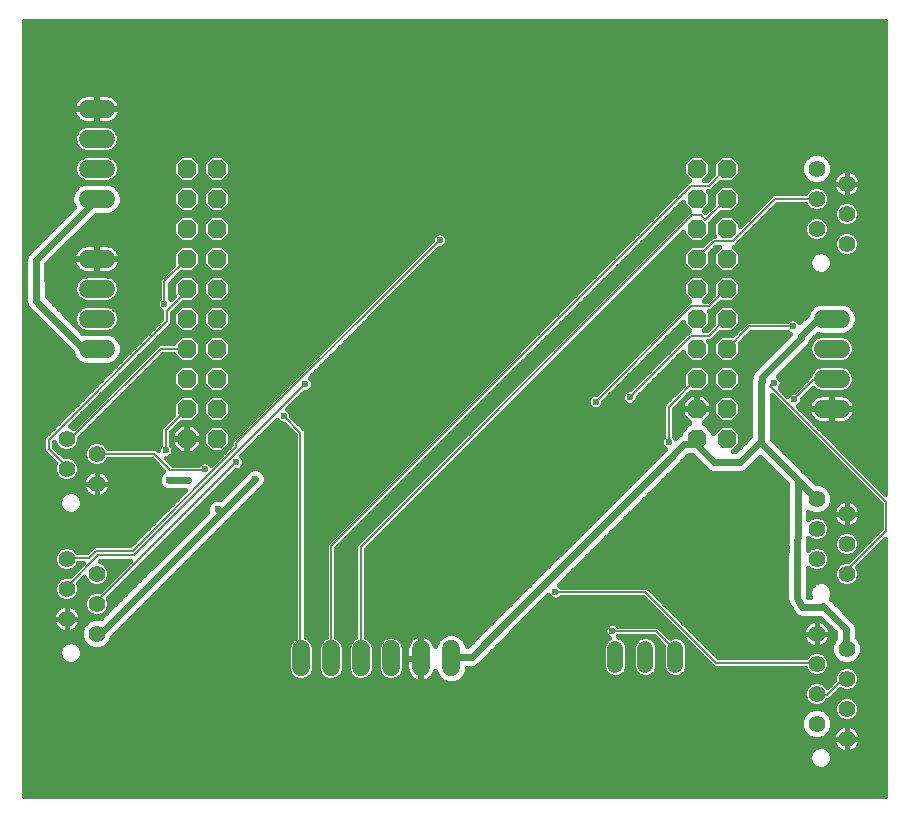
<source format=gtl>
G75*
%MOIN*%
%OFA0B0*%
%FSLAX24Y24*%
%IPPOS*%
%LPD*%
%AMOC8*
5,1,8,0,0,1.08239X$1,22.5*
%
%ADD10OC8,0.0630*%
%ADD11C,0.0600*%
%ADD12C,0.0540*%
%ADD13C,0.0560*%
%ADD14C,0.0160*%
%ADD15C,0.0236*%
%ADD16C,0.0236*%
%ADD17C,0.0079*%
D10*
X005680Y012816D03*
X006680Y012816D03*
X006680Y013816D03*
X006680Y014816D03*
X005680Y014816D03*
X005680Y013816D03*
X005680Y015816D03*
X006680Y015816D03*
X006680Y016816D03*
X006680Y017816D03*
X005680Y017816D03*
X005680Y016816D03*
X005680Y018816D03*
X006680Y018816D03*
X006680Y019816D03*
X005680Y019816D03*
X005680Y020816D03*
X005680Y021816D03*
X006680Y021816D03*
X006680Y020816D03*
X022680Y020816D03*
X022680Y021816D03*
X023680Y021816D03*
X023680Y020816D03*
X023680Y019816D03*
X022680Y019816D03*
X022680Y018816D03*
X023680Y018816D03*
X023680Y017816D03*
X022680Y017816D03*
X022680Y016816D03*
X023680Y016816D03*
X023680Y015816D03*
X022680Y015816D03*
X022680Y014816D03*
X023680Y014816D03*
X023680Y013816D03*
X022680Y013816D03*
X022680Y012816D03*
X023680Y012816D03*
D11*
X026880Y013816D02*
X027480Y013816D01*
X027480Y014816D02*
X026880Y014816D01*
X026880Y015816D02*
X027480Y015816D01*
X027480Y016816D02*
X026880Y016816D01*
X014491Y005793D02*
X014491Y005193D01*
X013491Y005193D02*
X013491Y005793D01*
X012491Y005793D02*
X012491Y005193D01*
X011491Y005193D02*
X011491Y005793D01*
X010491Y005793D02*
X010491Y005193D01*
X009491Y005193D02*
X009491Y005793D01*
X002980Y015816D02*
X002380Y015816D01*
X002380Y016816D02*
X002980Y016816D01*
X002980Y017816D02*
X002380Y017816D01*
X002380Y018816D02*
X002980Y018816D01*
X002980Y020816D02*
X002380Y020816D01*
X002380Y021816D02*
X002980Y021816D01*
X002980Y022816D02*
X002380Y022816D01*
X002380Y023816D02*
X002980Y023816D01*
D12*
X019967Y005814D02*
X019967Y005274D01*
X020967Y005274D02*
X020967Y005814D01*
X021967Y005814D02*
X021967Y005274D01*
D13*
X026680Y005316D03*
X026680Y006316D03*
X027680Y005816D03*
X027680Y004816D03*
X027680Y003816D03*
X027680Y002816D03*
X026680Y003316D03*
X026680Y004316D03*
X027680Y008316D03*
X027680Y009316D03*
X027680Y010316D03*
X026680Y010816D03*
X026680Y009816D03*
X026680Y008816D03*
X027680Y019316D03*
X027680Y020316D03*
X027680Y021316D03*
X026680Y021816D03*
X026680Y020816D03*
X026680Y019816D03*
X002680Y012316D03*
X002680Y011316D03*
X001680Y011816D03*
X001680Y012816D03*
X001680Y008816D03*
X001680Y007816D03*
X001680Y006816D03*
X002680Y007316D03*
X002680Y008316D03*
X002680Y006316D03*
D14*
X000264Y000900D02*
X000264Y026728D01*
X028966Y026728D01*
X028966Y010983D01*
X026053Y013896D01*
X026074Y013905D01*
X026146Y013977D01*
X026185Y014072D01*
X026185Y014128D01*
X026566Y014509D01*
X026631Y014443D01*
X026793Y014377D01*
X027567Y014377D01*
X027729Y014443D01*
X027852Y014567D01*
X027919Y014728D01*
X027919Y014903D01*
X027852Y015064D01*
X027729Y015188D01*
X027567Y015255D01*
X026793Y015255D01*
X026631Y015188D01*
X026508Y015064D01*
X026441Y014903D01*
X026441Y014888D01*
X025933Y014380D01*
X025877Y014380D01*
X025782Y014341D01*
X025710Y014268D01*
X025701Y014247D01*
X025449Y014500D01*
X025477Y014528D01*
X025516Y014623D01*
X025516Y014725D01*
X025477Y014820D01*
X025404Y014892D01*
X025394Y014896D01*
X026466Y015969D01*
X026520Y016099D01*
X026520Y016101D01*
X026719Y016301D01*
X026773Y016278D01*
X027587Y016278D01*
X027784Y016360D01*
X027936Y016511D01*
X028017Y016709D01*
X028017Y016923D01*
X027936Y017120D01*
X027784Y017271D01*
X027587Y017353D01*
X026773Y017353D01*
X026576Y017271D01*
X026424Y017120D01*
X026348Y016935D01*
X026111Y016698D01*
X026107Y016709D01*
X026034Y016782D01*
X025940Y016821D01*
X025838Y016821D01*
X025743Y016782D01*
X025703Y016742D01*
X024358Y016742D01*
X023877Y016261D01*
X023868Y016270D01*
X023492Y016270D01*
X023226Y016004D01*
X023226Y015628D01*
X023492Y015362D01*
X023868Y015362D01*
X024134Y015628D01*
X024134Y016004D01*
X024129Y016009D01*
X024506Y016385D01*
X025703Y016385D01*
X025743Y016346D01*
X025809Y016318D01*
X025809Y016317D01*
X024664Y015172D01*
X024564Y015072D01*
X024509Y014941D01*
X024509Y014879D01*
X024470Y014784D01*
X024470Y012892D01*
X023970Y012392D01*
X023898Y012392D01*
X024134Y012628D01*
X024134Y013004D01*
X023868Y013270D01*
X023492Y013270D01*
X023232Y013010D01*
X023232Y013044D01*
X022921Y013356D01*
X023175Y013611D01*
X023175Y013806D01*
X022690Y013806D01*
X022690Y013826D01*
X022670Y013826D01*
X022670Y014311D01*
X022475Y014311D01*
X022185Y014021D01*
X022185Y013826D01*
X022670Y013826D01*
X022670Y013806D01*
X022185Y013806D01*
X022185Y013611D01*
X022439Y013356D01*
X022128Y013044D01*
X022128Y012954D01*
X022065Y012928D01*
X021977Y012840D01*
X021973Y012851D01*
X021933Y012891D01*
X021933Y013813D01*
X022670Y013813D01*
X022690Y013813D02*
X023226Y013813D01*
X023175Y013826D02*
X023175Y014021D01*
X022885Y014311D01*
X022690Y014311D01*
X022690Y013826D01*
X023175Y013826D01*
X023175Y013971D02*
X023226Y013971D01*
X023226Y014004D02*
X023226Y013628D01*
X023492Y013362D01*
X023868Y013362D01*
X024134Y013628D01*
X024134Y014004D01*
X023868Y014270D01*
X023492Y014270D01*
X023226Y014004D01*
X023352Y014130D02*
X023066Y014130D01*
X022908Y014288D02*
X024470Y014288D01*
X024470Y014130D02*
X024008Y014130D01*
X024134Y013971D02*
X024470Y013971D01*
X024470Y013813D02*
X024134Y013813D01*
X024134Y013654D02*
X024470Y013654D01*
X024470Y013496D02*
X024002Y013496D01*
X023959Y013179D02*
X024470Y013179D01*
X024470Y013337D02*
X022940Y013337D01*
X023060Y013496D02*
X023358Y013496D01*
X023226Y013654D02*
X023175Y013654D01*
X022690Y013971D02*
X022670Y013971D01*
X022670Y014130D02*
X022690Y014130D01*
X022690Y014288D02*
X022670Y014288D01*
X022492Y014362D02*
X022868Y014362D01*
X023134Y014628D01*
X023134Y015004D01*
X022868Y015270D01*
X022492Y015270D01*
X022226Y015004D01*
X022226Y014628D01*
X022235Y014619D01*
X021576Y013960D01*
X021576Y012891D01*
X021537Y012851D01*
X021498Y012757D01*
X021498Y012654D01*
X021537Y012560D01*
X021609Y012487D01*
X021620Y012483D01*
X015033Y005896D01*
X015029Y005896D01*
X015029Y005900D01*
X014947Y006097D01*
X014795Y006248D01*
X014598Y006330D01*
X014384Y006330D01*
X014187Y006248D01*
X014035Y006097D01*
X013958Y005910D01*
X013936Y005977D01*
X013902Y006044D01*
X013857Y006105D01*
X013804Y006159D01*
X013743Y006203D01*
X013675Y006238D01*
X013603Y006261D01*
X013529Y006273D01*
X013511Y006273D01*
X013511Y005513D01*
X013471Y005513D01*
X013471Y006273D01*
X013453Y006273D01*
X013379Y006261D01*
X013307Y006238D01*
X013239Y006203D01*
X013178Y006159D01*
X013125Y006105D01*
X013080Y006044D01*
X013046Y005977D01*
X013023Y005905D01*
X013011Y005831D01*
X013011Y005513D01*
X013471Y005513D01*
X013471Y005473D01*
X013011Y005473D01*
X013011Y005155D01*
X013023Y005080D01*
X013046Y005009D01*
X013080Y004941D01*
X013125Y004880D01*
X013178Y004827D01*
X013239Y004782D01*
X013307Y004748D01*
X013379Y004725D01*
X013453Y004713D01*
X013471Y004713D01*
X013471Y005473D01*
X013511Y005473D01*
X013511Y004713D01*
X013529Y004713D01*
X013603Y004725D01*
X013675Y004748D01*
X013743Y004782D01*
X013804Y004827D01*
X013857Y004880D01*
X013902Y004941D01*
X013936Y005009D01*
X013958Y005076D01*
X014035Y004888D01*
X014187Y004737D01*
X014384Y004655D01*
X014598Y004655D01*
X014795Y004737D01*
X014947Y004888D01*
X015029Y005086D01*
X015029Y005184D01*
X015251Y005184D01*
X015381Y005239D01*
X015481Y005339D01*
X017741Y007598D01*
X017757Y007560D01*
X017830Y007487D01*
X017924Y007448D01*
X018026Y007448D01*
X018121Y007487D01*
X018161Y007527D01*
X020893Y007527D01*
X023256Y005165D01*
X026289Y005165D01*
X026325Y005078D01*
X026443Y004960D01*
X026597Y004897D01*
X026763Y004897D01*
X026917Y004960D01*
X027035Y005078D01*
X027099Y005232D01*
X027099Y005399D01*
X027035Y005553D01*
X026917Y005671D01*
X026763Y005735D01*
X026597Y005735D01*
X026443Y005671D01*
X026325Y005553D01*
X026312Y005522D01*
X023404Y005522D01*
X021146Y007779D01*
X021041Y007884D01*
X018161Y007884D01*
X018121Y007923D01*
X018082Y007939D01*
X022414Y012271D01*
X022438Y012271D01*
X022444Y012269D01*
X022445Y012269D01*
X022451Y012263D01*
X022521Y012263D01*
X023049Y011735D01*
X023180Y011680D01*
X024188Y011680D01*
X024318Y011735D01*
X024418Y011835D01*
X024786Y012203D01*
X025690Y011299D01*
X025671Y007538D01*
X025664Y007513D01*
X025671Y007468D01*
X025671Y007424D01*
X025681Y007399D01*
X025684Y007372D01*
X025707Y007334D01*
X025724Y007293D01*
X025743Y007274D01*
X025885Y007034D01*
X025902Y006992D01*
X025920Y006974D01*
X025934Y006952D01*
X025970Y006924D01*
X026002Y006892D01*
X026026Y006882D01*
X026047Y006867D01*
X026091Y006855D01*
X026133Y006838D01*
X026159Y006838D01*
X026184Y006832D01*
X026229Y006838D01*
X026804Y006838D01*
X026966Y006677D01*
X026921Y006709D01*
X026857Y006742D01*
X026788Y006764D01*
X026716Y006776D01*
X026680Y006776D01*
X026644Y006776D01*
X026572Y006764D01*
X026503Y006742D01*
X026439Y006709D01*
X026380Y006666D01*
X026329Y006615D01*
X026287Y006557D01*
X026254Y006492D01*
X026231Y006423D01*
X026220Y006352D01*
X026220Y006316D01*
X026680Y006316D01*
X026680Y006776D01*
X026680Y006316D01*
X026680Y006316D01*
X027140Y006316D01*
X027140Y006352D01*
X027129Y006423D01*
X027106Y006492D01*
X027073Y006557D01*
X027041Y006601D01*
X027305Y006338D01*
X027305Y006172D01*
X027241Y006109D01*
X027163Y005919D01*
X027163Y005713D01*
X027241Y005522D01*
X027387Y005377D01*
X027577Y005298D01*
X027783Y005298D01*
X027973Y005377D01*
X028119Y005522D01*
X028197Y005713D01*
X028197Y005919D01*
X028119Y006109D01*
X028016Y006212D01*
X028016Y006556D01*
X027962Y006686D01*
X027214Y007434D01*
X027157Y007491D01*
X027203Y007602D01*
X027203Y007753D01*
X027145Y007893D01*
X027039Y007999D01*
X026899Y008057D01*
X026748Y008057D01*
X026609Y007999D01*
X026502Y007893D01*
X026444Y007753D01*
X026444Y007602D01*
X026467Y007549D01*
X026406Y007549D01*
X026383Y007589D01*
X026387Y008516D01*
X026443Y008460D01*
X026597Y008397D01*
X026763Y008397D01*
X026917Y008460D01*
X027035Y008578D01*
X027099Y008732D01*
X027099Y008899D01*
X027035Y009053D01*
X026917Y009171D01*
X026763Y009235D01*
X026597Y009235D01*
X026443Y009171D01*
X026390Y009118D01*
X026392Y009511D01*
X026443Y009460D01*
X026597Y009397D01*
X026763Y009397D01*
X026917Y009460D01*
X027035Y009578D01*
X027099Y009732D01*
X027099Y009899D01*
X027035Y010053D01*
X026917Y010171D01*
X026763Y010235D01*
X026597Y010235D01*
X026443Y010171D01*
X026395Y010123D01*
X026396Y010373D01*
X026577Y010298D01*
X026783Y010298D01*
X026973Y010377D01*
X027119Y010522D01*
X027197Y010713D01*
X027197Y010919D01*
X027119Y011109D01*
X026973Y011254D01*
X026783Y011333D01*
X026661Y011333D01*
X026298Y011696D01*
X026249Y011746D01*
X026248Y011746D01*
X026248Y011747D01*
X025184Y012811D01*
X025185Y012829D01*
X025181Y012842D01*
X025181Y014263D01*
X028820Y010624D01*
X028820Y009827D01*
X027729Y008735D01*
X027597Y008735D01*
X027443Y008671D01*
X027325Y008553D01*
X027261Y008399D01*
X027261Y008232D01*
X027325Y008078D01*
X027443Y007960D01*
X027597Y007897D01*
X027763Y007897D01*
X027917Y007960D01*
X028035Y008078D01*
X028099Y008232D01*
X028099Y008399D01*
X028040Y008541D01*
X028966Y009468D01*
X028966Y000900D01*
X000264Y000900D01*
X000264Y000974D02*
X028966Y000974D01*
X028966Y001133D02*
X000264Y001133D01*
X000264Y001291D02*
X028966Y001291D01*
X028966Y001450D02*
X000264Y001450D01*
X000264Y001608D02*
X028966Y001608D01*
X028966Y001767D02*
X000264Y001767D01*
X000264Y001925D02*
X026540Y001925D01*
X026502Y001963D02*
X026609Y001856D01*
X026748Y001799D01*
X026899Y001799D01*
X027039Y001856D01*
X027145Y001963D01*
X027203Y002102D01*
X027203Y002253D01*
X027145Y002393D01*
X027039Y002499D01*
X026899Y002557D01*
X026748Y002557D01*
X026609Y002499D01*
X026502Y002393D01*
X026444Y002253D01*
X026444Y002102D01*
X026502Y001963D01*
X026452Y002084D02*
X000264Y002084D01*
X000264Y002242D02*
X026444Y002242D01*
X026510Y002401D02*
X000264Y002401D01*
X000264Y002559D02*
X027298Y002559D01*
X027287Y002575D02*
X027329Y002516D01*
X027380Y002465D01*
X027439Y002422D01*
X027503Y002389D01*
X027572Y002367D01*
X027644Y002356D01*
X027680Y002356D01*
X027716Y002356D01*
X027788Y002367D01*
X027857Y002389D01*
X027921Y002422D01*
X027980Y002465D01*
X028031Y002516D01*
X028073Y002575D01*
X028106Y002639D01*
X028129Y002708D01*
X028140Y002779D01*
X028140Y002816D01*
X028140Y002852D01*
X028129Y002923D01*
X028106Y002992D01*
X028073Y003057D01*
X028031Y003115D01*
X027980Y003166D01*
X027921Y003209D01*
X027857Y003242D01*
X027788Y003264D01*
X027716Y003276D01*
X027680Y003276D01*
X027644Y003276D01*
X027572Y003264D01*
X027503Y003242D01*
X027439Y003209D01*
X027380Y003166D01*
X027329Y003115D01*
X027287Y003057D01*
X027254Y002992D01*
X027231Y002923D01*
X027220Y002852D01*
X027220Y002816D01*
X027680Y002816D01*
X027680Y003276D01*
X027680Y002816D01*
X027680Y002816D01*
X027680Y002816D01*
X028140Y002816D01*
X027680Y002816D01*
X027680Y002816D01*
X027220Y002816D01*
X027220Y002779D01*
X027231Y002708D01*
X027254Y002639D01*
X027287Y002575D01*
X027230Y002718D02*
X000264Y002718D01*
X000264Y002876D02*
X026389Y002876D01*
X026387Y002877D02*
X026577Y002798D01*
X026783Y002798D01*
X026973Y002877D01*
X027119Y003022D01*
X027197Y003213D01*
X027197Y003419D01*
X027119Y003609D01*
X026973Y003754D01*
X026783Y003833D01*
X026577Y003833D01*
X026387Y003754D01*
X026241Y003609D01*
X026163Y003419D01*
X026163Y003213D01*
X026241Y003022D01*
X026387Y002877D01*
X026236Y003035D02*
X000264Y003035D01*
X000264Y003193D02*
X026171Y003193D01*
X026163Y003352D02*
X000264Y003352D01*
X000264Y003510D02*
X026200Y003510D01*
X026301Y003669D02*
X000264Y003669D01*
X000264Y003827D02*
X026563Y003827D01*
X026597Y003897D02*
X026763Y003897D01*
X026917Y003960D01*
X027035Y004078D01*
X027045Y004102D01*
X027104Y004102D01*
X027457Y004454D01*
X027597Y004397D01*
X027763Y004397D01*
X027917Y004460D01*
X028035Y004578D01*
X028099Y004732D01*
X028099Y004899D01*
X028035Y005053D01*
X027917Y005171D01*
X027763Y005235D01*
X027597Y005235D01*
X027443Y005171D01*
X027325Y005053D01*
X027261Y004899D01*
X027261Y004763D01*
X027040Y004542D01*
X027035Y004553D01*
X026917Y004671D01*
X026763Y004735D01*
X026597Y004735D01*
X026443Y004671D01*
X026325Y004553D01*
X026261Y004399D01*
X026261Y004232D01*
X026325Y004078D01*
X026443Y003960D01*
X026597Y003897D01*
X026417Y003986D02*
X000264Y003986D01*
X000264Y004144D02*
X026297Y004144D01*
X026261Y004303D02*
X000264Y004303D01*
X000264Y004461D02*
X026287Y004461D01*
X026391Y004620D02*
X000264Y004620D01*
X000264Y004778D02*
X009345Y004778D01*
X009404Y004754D02*
X009242Y004821D01*
X009119Y004944D01*
X009052Y005105D01*
X009052Y005880D01*
X009119Y006041D01*
X009242Y006165D01*
X009293Y006186D01*
X009293Y012946D01*
X008925Y013314D01*
X008869Y013314D01*
X008774Y013354D01*
X008702Y013426D01*
X008693Y013447D01*
X007496Y012249D01*
X007563Y012182D01*
X007603Y012087D01*
X007603Y011985D01*
X007563Y011890D01*
X007491Y011818D01*
X007397Y011779D01*
X007341Y011779D01*
X003058Y007497D01*
X003099Y007399D01*
X003099Y007232D01*
X003035Y007078D01*
X002917Y006960D01*
X002763Y006897D01*
X002597Y006897D01*
X002443Y006960D01*
X002325Y007078D01*
X002261Y007232D01*
X002261Y007399D01*
X002325Y007553D01*
X002443Y007671D01*
X002597Y007735D01*
X002763Y007735D01*
X002783Y007726D01*
X003804Y008747D01*
X002813Y008747D01*
X002789Y008724D01*
X002917Y008671D01*
X003035Y008553D01*
X003099Y008399D01*
X003099Y008232D01*
X003035Y008078D01*
X002917Y007960D01*
X002763Y007897D01*
X002597Y007897D01*
X002443Y007960D01*
X002325Y008078D01*
X002272Y008206D01*
X002060Y007994D01*
X002099Y007899D01*
X002099Y007732D01*
X002035Y007578D01*
X001917Y007460D01*
X001763Y007397D01*
X001597Y007397D01*
X001443Y007460D01*
X001325Y007578D01*
X001261Y007732D01*
X001261Y007899D01*
X001325Y008053D01*
X001443Y008171D01*
X001597Y008235D01*
X001763Y008235D01*
X001786Y008225D01*
X002230Y008669D01*
X002073Y008669D01*
X002035Y008578D01*
X001917Y008460D01*
X001763Y008397D01*
X001597Y008397D01*
X001443Y008460D01*
X001325Y008578D01*
X001261Y008732D01*
X001261Y008899D01*
X001325Y009053D01*
X001443Y009171D01*
X001597Y009235D01*
X001763Y009235D01*
X001917Y009171D01*
X002035Y009053D01*
X002047Y009026D01*
X002350Y009026D01*
X002482Y009157D01*
X002586Y009262D01*
X003807Y009262D01*
X005635Y011090D01*
X005031Y011090D01*
X004900Y011144D01*
X004800Y011244D01*
X004746Y011375D01*
X004746Y011516D01*
X004800Y011647D01*
X004900Y011747D01*
X004901Y011748D01*
X004516Y012133D01*
X003058Y012133D01*
X003035Y012078D01*
X002917Y011960D01*
X002763Y011897D01*
X002597Y011897D01*
X002443Y011960D01*
X002325Y012078D01*
X002261Y012232D01*
X002261Y012399D01*
X002325Y012553D01*
X002443Y012671D01*
X002597Y012735D01*
X002763Y012735D01*
X002917Y012671D01*
X003035Y012553D01*
X003061Y012490D01*
X004663Y012490D01*
X004726Y012427D01*
X004726Y012481D01*
X004765Y012575D01*
X004805Y012615D01*
X004805Y013173D01*
X005243Y013611D01*
X005226Y013628D01*
X005226Y014004D01*
X005492Y014270D01*
X005868Y014270D01*
X006134Y014004D01*
X006134Y013628D01*
X005868Y013362D01*
X005498Y013362D01*
X005162Y013025D01*
X005162Y012615D01*
X005201Y012575D01*
X005240Y012481D01*
X005240Y012379D01*
X005201Y012284D01*
X005129Y012212D01*
X005034Y012173D01*
X004981Y012173D01*
X005215Y011939D01*
X006062Y011939D01*
X006064Y011946D01*
X006137Y012018D01*
X006231Y012057D01*
X006334Y012057D01*
X006428Y012018D01*
X006496Y011950D01*
X007167Y012622D01*
X007167Y012740D01*
X013860Y019433D01*
X013860Y019489D01*
X013899Y019583D01*
X013971Y019656D01*
X014066Y019695D01*
X014168Y019695D01*
X014263Y019656D01*
X014335Y019583D01*
X014374Y019489D01*
X014374Y019387D01*
X014335Y019292D01*
X014263Y019220D01*
X014168Y019180D01*
X014112Y019180D01*
X009779Y014848D01*
X009847Y014780D01*
X009886Y014686D01*
X009886Y014583D01*
X009847Y014489D01*
X009774Y014417D01*
X009680Y014377D01*
X009624Y014377D01*
X009045Y013798D01*
X009066Y013790D01*
X009138Y013717D01*
X009177Y013623D01*
X009177Y013567D01*
X009650Y013094D01*
X009650Y006202D01*
X009740Y006165D01*
X009863Y006041D01*
X009930Y005880D01*
X009930Y005105D01*
X009863Y004944D01*
X009740Y004821D01*
X009578Y004754D01*
X009404Y004754D01*
X009637Y004778D02*
X010345Y004778D01*
X010404Y004754D02*
X010578Y004754D01*
X010740Y004821D01*
X010863Y004944D01*
X010930Y005105D01*
X010930Y005880D01*
X010863Y006041D01*
X010740Y006165D01*
X010673Y006192D01*
X010673Y009167D01*
X022226Y020719D01*
X022226Y020628D01*
X022135Y020628D01*
X022226Y020628D02*
X022439Y020414D01*
X022364Y020338D01*
X011405Y009380D01*
X011301Y009275D01*
X011301Y006189D01*
X011242Y006165D01*
X011119Y006041D01*
X011052Y005880D01*
X011052Y005105D01*
X011119Y004944D01*
X011242Y004821D01*
X011404Y004754D01*
X011578Y004754D01*
X011740Y004821D01*
X011863Y004944D01*
X011930Y005105D01*
X011930Y005880D01*
X011863Y006041D01*
X011740Y006165D01*
X011658Y006199D01*
X011658Y009128D01*
X022226Y019696D01*
X022226Y019628D01*
X022492Y019362D01*
X022868Y019362D01*
X023134Y019628D01*
X023134Y020004D01*
X023129Y020009D01*
X023487Y020366D01*
X023492Y020362D01*
X023868Y020362D01*
X024134Y020628D01*
X024858Y020628D01*
X024700Y020470D02*
X023976Y020470D01*
X024134Y020628D02*
X024134Y021004D01*
X023868Y021270D01*
X023492Y021270D01*
X023226Y021004D01*
X023226Y020628D01*
X023134Y020628D01*
X023134Y021004D01*
X023067Y021070D01*
X023167Y021070D01*
X023475Y021378D01*
X023492Y021362D01*
X023868Y021362D01*
X024134Y021628D01*
X024134Y022004D01*
X023868Y022270D01*
X023492Y022270D01*
X023226Y022004D01*
X023226Y021634D01*
X023019Y021427D01*
X022934Y021427D01*
X023134Y021628D01*
X023134Y022004D01*
X022868Y022270D01*
X022492Y022270D01*
X022226Y022004D01*
X022226Y021628D01*
X022428Y021426D01*
X022324Y021323D01*
X010317Y009315D01*
X010317Y006196D01*
X010242Y006165D01*
X010119Y006041D01*
X010052Y005880D01*
X010052Y005105D01*
X010119Y004944D01*
X010242Y004821D01*
X010404Y004754D01*
X010637Y004778D02*
X011345Y004778D01*
X011126Y004937D02*
X010856Y004937D01*
X010926Y005095D02*
X011056Y005095D01*
X011052Y005254D02*
X010930Y005254D01*
X010930Y005412D02*
X011052Y005412D01*
X011052Y005571D02*
X010930Y005571D01*
X010930Y005729D02*
X011052Y005729D01*
X011055Y005888D02*
X010927Y005888D01*
X010859Y006046D02*
X011123Y006046D01*
X011301Y006205D02*
X010673Y006205D01*
X010673Y006363D02*
X011301Y006363D01*
X011301Y006522D02*
X010673Y006522D01*
X010673Y006680D02*
X011301Y006680D01*
X011301Y006839D02*
X010673Y006839D01*
X010673Y006997D02*
X011301Y006997D01*
X011301Y007156D02*
X010673Y007156D01*
X010673Y007314D02*
X011301Y007314D01*
X011301Y007473D02*
X010673Y007473D01*
X010673Y007631D02*
X011301Y007631D01*
X011301Y007790D02*
X010673Y007790D01*
X010673Y007948D02*
X011301Y007948D01*
X011301Y008107D02*
X010673Y008107D01*
X010673Y008265D02*
X011301Y008265D01*
X011301Y008424D02*
X010673Y008424D01*
X010673Y008582D02*
X011301Y008582D01*
X011301Y008741D02*
X010673Y008741D01*
X010673Y008899D02*
X011301Y008899D01*
X011301Y009058D02*
X010673Y009058D01*
X010723Y009216D02*
X011301Y009216D01*
X011400Y009375D02*
X010881Y009375D01*
X011040Y009533D02*
X011559Y009533D01*
X011405Y009380D02*
X011405Y009380D01*
X011198Y009692D02*
X011717Y009692D01*
X011876Y009850D02*
X011357Y009850D01*
X011515Y010009D02*
X012034Y010009D01*
X012193Y010167D02*
X011674Y010167D01*
X011832Y010326D02*
X012351Y010326D01*
X012510Y010484D02*
X011991Y010484D01*
X012149Y010643D02*
X012668Y010643D01*
X012827Y010801D02*
X012308Y010801D01*
X012466Y010960D02*
X012985Y010960D01*
X013144Y011118D02*
X012625Y011118D01*
X012783Y011277D02*
X013302Y011277D01*
X013461Y011435D02*
X012942Y011435D01*
X013100Y011594D02*
X013619Y011594D01*
X013778Y011752D02*
X013259Y011752D01*
X013417Y011911D02*
X013936Y011911D01*
X014095Y012069D02*
X013576Y012069D01*
X013734Y012228D02*
X014253Y012228D01*
X014412Y012386D02*
X013893Y012386D01*
X014051Y012545D02*
X014570Y012545D01*
X014729Y012703D02*
X014210Y012703D01*
X014368Y012862D02*
X014887Y012862D01*
X015046Y013020D02*
X014527Y013020D01*
X014685Y013179D02*
X015204Y013179D01*
X015363Y013337D02*
X014844Y013337D01*
X015002Y013496D02*
X015521Y013496D01*
X015680Y013654D02*
X015161Y013654D01*
X015319Y013813D02*
X015838Y013813D01*
X015997Y013971D02*
X015478Y013971D01*
X015636Y014130D02*
X016155Y014130D01*
X016314Y014288D02*
X015795Y014288D01*
X015953Y014447D02*
X016472Y014447D01*
X016631Y014605D02*
X016112Y014605D01*
X016270Y014764D02*
X016789Y014764D01*
X016948Y014922D02*
X016429Y014922D01*
X016587Y015081D02*
X017106Y015081D01*
X017265Y015239D02*
X016746Y015239D01*
X016904Y015398D02*
X017423Y015398D01*
X017582Y015556D02*
X017063Y015556D01*
X017221Y015715D02*
X017740Y015715D01*
X017899Y015873D02*
X017380Y015873D01*
X017538Y016032D02*
X018057Y016032D01*
X018216Y016190D02*
X017697Y016190D01*
X017855Y016349D02*
X018374Y016349D01*
X018533Y016507D02*
X018014Y016507D01*
X018172Y016666D02*
X018691Y016666D01*
X018850Y016824D02*
X018331Y016824D01*
X018489Y016983D02*
X019008Y016983D01*
X019167Y017141D02*
X018648Y017141D01*
X018806Y017300D02*
X019325Y017300D01*
X019484Y017458D02*
X018965Y017458D01*
X019123Y017617D02*
X019642Y017617D01*
X019801Y017775D02*
X019282Y017775D01*
X019440Y017934D02*
X019959Y017934D01*
X020118Y018092D02*
X019599Y018092D01*
X019757Y018251D02*
X020276Y018251D01*
X020435Y018409D02*
X019916Y018409D01*
X020074Y018568D02*
X020593Y018568D01*
X020752Y018726D02*
X020233Y018726D01*
X020391Y018885D02*
X020910Y018885D01*
X021069Y019043D02*
X020550Y019043D01*
X020708Y019202D02*
X021227Y019202D01*
X021386Y019360D02*
X020867Y019360D01*
X021025Y019519D02*
X021544Y019519D01*
X021703Y019677D02*
X021184Y019677D01*
X021342Y019836D02*
X021861Y019836D01*
X022020Y019994D02*
X021501Y019994D01*
X021659Y020153D02*
X022178Y020153D01*
X022337Y020311D02*
X021818Y020311D01*
X021976Y020470D02*
X022384Y020470D01*
X022364Y020338D02*
X022364Y020338D01*
X022921Y020414D02*
X023134Y020628D01*
X023226Y020628D02*
X023235Y020619D01*
X022975Y020359D01*
X022921Y020414D01*
X022976Y020470D02*
X023086Y020470D01*
X023273Y020153D02*
X023375Y020153D01*
X023492Y020270D02*
X023226Y020004D01*
X023226Y019628D01*
X023277Y019577D01*
X023177Y019577D01*
X022869Y019269D01*
X022868Y019270D01*
X022492Y019270D01*
X022226Y019004D01*
X022226Y018628D01*
X022492Y018362D01*
X022868Y018362D01*
X023134Y018628D01*
X023134Y019004D01*
X023121Y019016D01*
X023325Y019220D01*
X023442Y019220D01*
X023226Y019004D01*
X023226Y018628D01*
X023492Y018362D01*
X023868Y018362D01*
X024134Y018628D01*
X024134Y019004D01*
X023918Y019220D01*
X023955Y019220D01*
X024059Y019324D01*
X025372Y020637D01*
X026300Y020637D01*
X026325Y020578D01*
X026443Y020460D01*
X026597Y020397D01*
X026763Y020397D01*
X026917Y020460D01*
X027035Y020578D01*
X027099Y020732D01*
X027099Y020899D01*
X027035Y021053D01*
X026917Y021171D01*
X026763Y021235D01*
X026597Y021235D01*
X026443Y021171D01*
X026325Y021053D01*
X026300Y020994D01*
X025224Y020994D01*
X024134Y019904D01*
X024134Y020004D01*
X023868Y020270D01*
X023492Y020270D01*
X023432Y020311D02*
X024541Y020311D01*
X024383Y020153D02*
X023985Y020153D01*
X024134Y019994D02*
X024224Y019994D01*
X024570Y019836D02*
X026261Y019836D01*
X026261Y019899D02*
X026261Y019732D01*
X026325Y019578D01*
X026443Y019460D01*
X026597Y019397D01*
X026763Y019397D01*
X026917Y019460D01*
X027035Y019578D01*
X027099Y019732D01*
X027099Y019899D01*
X027035Y020053D01*
X026917Y020171D01*
X026763Y020235D01*
X026597Y020235D01*
X026443Y020171D01*
X026325Y020053D01*
X026261Y019899D01*
X026300Y019994D02*
X024729Y019994D01*
X024887Y020153D02*
X026424Y020153D01*
X026433Y020470D02*
X025204Y020470D01*
X025046Y020311D02*
X027261Y020311D01*
X027261Y020232D02*
X027261Y020399D01*
X027325Y020553D01*
X027443Y020671D01*
X027597Y020735D01*
X027763Y020735D01*
X027917Y020671D01*
X028035Y020553D01*
X028099Y020399D01*
X028099Y020232D01*
X028035Y020078D01*
X027917Y019960D01*
X027763Y019897D01*
X027597Y019897D01*
X027443Y019960D01*
X027325Y020078D01*
X027261Y020232D01*
X027294Y020153D02*
X026936Y020153D01*
X027060Y019994D02*
X027409Y019994D01*
X027597Y019735D02*
X027443Y019671D01*
X027325Y019553D01*
X027261Y019399D01*
X027261Y019232D01*
X027325Y019078D01*
X027443Y018960D01*
X027597Y018897D01*
X027763Y018897D01*
X027917Y018960D01*
X028035Y019078D01*
X028099Y019232D01*
X028099Y019399D01*
X028035Y019553D01*
X027917Y019671D01*
X027763Y019735D01*
X027597Y019735D01*
X027458Y019677D02*
X027076Y019677D01*
X027099Y019836D02*
X028966Y019836D01*
X028966Y019994D02*
X027951Y019994D01*
X028066Y020153D02*
X028966Y020153D01*
X028966Y020311D02*
X028099Y020311D01*
X028070Y020470D02*
X028966Y020470D01*
X028966Y020628D02*
X027960Y020628D01*
X027857Y020889D02*
X027921Y020922D01*
X027980Y020965D01*
X028031Y021016D01*
X028073Y021075D01*
X028106Y021139D01*
X028129Y021208D01*
X028140Y021279D01*
X028140Y021316D01*
X028140Y021352D01*
X028129Y021423D01*
X028106Y021492D01*
X028073Y021557D01*
X028031Y021615D01*
X027980Y021666D01*
X027921Y021709D01*
X027857Y021742D01*
X027788Y021764D01*
X027716Y021776D01*
X027680Y021776D01*
X027644Y021776D01*
X027572Y021764D01*
X027503Y021742D01*
X027439Y021709D01*
X027380Y021666D01*
X027329Y021615D01*
X027287Y021557D01*
X027254Y021492D01*
X027231Y021423D01*
X027220Y021352D01*
X027220Y021316D01*
X027680Y021316D01*
X027680Y021776D01*
X027680Y021316D01*
X027680Y021316D01*
X027680Y021316D01*
X028140Y021316D01*
X027680Y021316D01*
X027680Y021316D01*
X027220Y021316D01*
X027220Y021279D01*
X027231Y021208D01*
X027254Y021139D01*
X027287Y021075D01*
X027329Y021016D01*
X027380Y020965D01*
X027439Y020922D01*
X027503Y020889D01*
X027572Y020867D01*
X027644Y020856D01*
X027680Y020856D01*
X027716Y020856D01*
X027788Y020867D01*
X027857Y020889D01*
X027953Y020945D02*
X028966Y020945D01*
X028966Y020787D02*
X027099Y020787D01*
X027080Y020945D02*
X027407Y020945D01*
X027272Y021104D02*
X026985Y021104D01*
X026973Y021377D02*
X026783Y021298D01*
X026577Y021298D01*
X026387Y021377D01*
X026241Y021522D01*
X026163Y021713D01*
X026163Y021919D01*
X026241Y022109D01*
X026387Y022254D01*
X026577Y022333D01*
X026783Y022333D01*
X026973Y022254D01*
X027119Y022109D01*
X027197Y021919D01*
X027197Y021713D01*
X027119Y021522D01*
X026973Y021377D01*
X027017Y021421D02*
X027231Y021421D01*
X027223Y021262D02*
X023876Y021262D01*
X023927Y021421D02*
X026343Y021421D01*
X026218Y021579D02*
X024086Y021579D01*
X024134Y021738D02*
X026163Y021738D01*
X026163Y021896D02*
X024134Y021896D01*
X024083Y022055D02*
X026219Y022055D01*
X026346Y022213D02*
X023925Y022213D01*
X023435Y022213D02*
X022925Y022213D01*
X023083Y022055D02*
X023277Y022055D01*
X023226Y021896D02*
X023134Y021896D01*
X023134Y021738D02*
X023226Y021738D01*
X023172Y021579D02*
X023086Y021579D01*
X023359Y021262D02*
X023484Y021262D01*
X023326Y021104D02*
X023201Y021104D01*
X023226Y020945D02*
X023134Y020945D01*
X023134Y020787D02*
X023226Y020787D01*
X024034Y021104D02*
X026375Y021104D01*
X026304Y020628D02*
X025363Y020628D01*
X025175Y020945D02*
X024134Y020945D01*
X024134Y020787D02*
X025017Y020787D01*
X024412Y019677D02*
X026284Y019677D01*
X026384Y019519D02*
X024253Y019519D01*
X024095Y019360D02*
X027261Y019360D01*
X027274Y019202D02*
X023936Y019202D01*
X024095Y019043D02*
X026715Y019043D01*
X026748Y019057D02*
X026609Y018999D01*
X026502Y018893D01*
X026444Y018753D01*
X026444Y018602D01*
X026502Y018463D01*
X026609Y018356D01*
X026748Y018299D01*
X026899Y018299D01*
X027039Y018356D01*
X027145Y018463D01*
X027203Y018602D01*
X027203Y018753D01*
X027145Y018893D01*
X027039Y018999D01*
X026899Y019057D01*
X026748Y019057D01*
X026933Y019043D02*
X027360Y019043D01*
X027148Y018885D02*
X028966Y018885D01*
X028966Y019043D02*
X028000Y019043D01*
X028086Y019202D02*
X028966Y019202D01*
X028966Y019360D02*
X028099Y019360D01*
X028049Y019519D02*
X028966Y019519D01*
X028966Y019677D02*
X027902Y019677D01*
X027311Y019519D02*
X026976Y019519D01*
X026499Y018885D02*
X024134Y018885D01*
X024134Y018726D02*
X026444Y018726D01*
X026459Y018568D02*
X024074Y018568D01*
X023916Y018409D02*
X026556Y018409D01*
X027091Y018409D02*
X028966Y018409D01*
X028966Y018251D02*
X023887Y018251D01*
X023868Y018270D02*
X023492Y018270D01*
X023226Y018004D01*
X023226Y017628D01*
X023231Y017623D01*
X023019Y017411D01*
X022918Y017411D01*
X023134Y017628D01*
X023134Y018004D01*
X022868Y018270D01*
X022492Y018270D01*
X022226Y018004D01*
X022226Y017628D01*
X022442Y017411D01*
X022429Y017411D01*
X022324Y017307D01*
X019319Y014301D01*
X019263Y014301D01*
X019168Y014262D01*
X019096Y014190D01*
X019057Y014095D01*
X019057Y013993D01*
X019096Y013898D01*
X019168Y013826D01*
X019263Y013787D01*
X019365Y013787D01*
X019460Y013826D01*
X019532Y013898D01*
X019571Y013993D01*
X019571Y014049D01*
X022226Y016704D01*
X022226Y016628D01*
X022428Y016426D01*
X022324Y016323D01*
X020460Y014459D01*
X020404Y014459D01*
X020310Y014419D01*
X020238Y014347D01*
X020198Y014253D01*
X020198Y014150D01*
X020238Y014056D01*
X020310Y013983D01*
X020404Y013944D01*
X020507Y013944D01*
X020601Y013983D01*
X020674Y014056D01*
X020713Y014150D01*
X020713Y014206D01*
X022226Y015719D01*
X022226Y015628D01*
X022492Y015362D01*
X022868Y015362D01*
X023134Y015628D01*
X023134Y016004D01*
X023067Y016070D01*
X023167Y016070D01*
X023475Y016378D01*
X023492Y016362D01*
X023868Y016362D01*
X024134Y016628D01*
X024134Y017004D01*
X023868Y017270D01*
X023492Y017270D01*
X023226Y017004D01*
X023226Y016634D01*
X023019Y016427D01*
X022934Y016427D01*
X023134Y016628D01*
X023134Y017004D01*
X023083Y017055D01*
X023167Y017055D01*
X023483Y017370D01*
X023492Y017362D01*
X023868Y017362D01*
X024134Y017628D01*
X024134Y018004D01*
X023868Y018270D01*
X024046Y018092D02*
X028966Y018092D01*
X028966Y017934D02*
X024134Y017934D01*
X024134Y017775D02*
X028966Y017775D01*
X028966Y017617D02*
X024123Y017617D01*
X023965Y017458D02*
X028966Y017458D01*
X028966Y017300D02*
X027716Y017300D01*
X027915Y017141D02*
X028966Y017141D01*
X028966Y016983D02*
X027993Y016983D01*
X028017Y016824D02*
X028966Y016824D01*
X028966Y016666D02*
X028000Y016666D01*
X027932Y016507D02*
X028966Y016507D01*
X028966Y016349D02*
X027757Y016349D01*
X027723Y016190D02*
X028966Y016190D01*
X028966Y016032D02*
X027866Y016032D01*
X027852Y016064D02*
X027729Y016188D01*
X027567Y016255D01*
X026793Y016255D01*
X026631Y016188D01*
X026508Y016064D01*
X026441Y015903D01*
X026441Y015728D01*
X026508Y015567D01*
X026631Y015443D01*
X026793Y015377D01*
X027567Y015377D01*
X027729Y015443D01*
X027852Y015567D01*
X027919Y015728D01*
X027919Y015903D01*
X027852Y016064D01*
X027919Y015873D02*
X028966Y015873D01*
X028966Y015715D02*
X027913Y015715D01*
X027841Y015556D02*
X028966Y015556D01*
X028966Y015398D02*
X027618Y015398D01*
X027605Y015239D02*
X028966Y015239D01*
X028966Y015081D02*
X027836Y015081D01*
X027911Y014922D02*
X028966Y014922D01*
X028966Y014764D02*
X027919Y014764D01*
X027868Y014605D02*
X028966Y014605D01*
X028966Y014447D02*
X027732Y014447D01*
X027664Y014260D02*
X027592Y014284D01*
X027518Y014296D01*
X027200Y014296D01*
X027200Y013836D01*
X027160Y013836D01*
X027160Y014296D01*
X026842Y014296D01*
X026768Y014284D01*
X026696Y014260D01*
X026628Y014226D01*
X026567Y014182D01*
X026514Y014128D01*
X026469Y014067D01*
X026435Y014000D01*
X026412Y013928D01*
X026400Y013853D01*
X026400Y013836D01*
X027160Y013836D01*
X027160Y013796D01*
X026400Y013796D01*
X026400Y013778D01*
X026412Y013703D01*
X026435Y013631D01*
X026469Y013564D01*
X026514Y013503D01*
X026567Y013449D01*
X026628Y013405D01*
X026696Y013371D01*
X026768Y013347D01*
X026842Y013336D01*
X027160Y013336D01*
X027160Y013796D01*
X027200Y013796D01*
X027200Y013836D01*
X027960Y013836D01*
X027960Y013853D01*
X027948Y013928D01*
X027925Y014000D01*
X027891Y014067D01*
X027846Y014128D01*
X027793Y014182D01*
X027732Y014226D01*
X027664Y014260D01*
X027565Y014288D02*
X028966Y014288D01*
X028966Y014130D02*
X027845Y014130D01*
X027934Y013971D02*
X028966Y013971D01*
X028966Y013813D02*
X027200Y013813D01*
X027200Y013796D02*
X027960Y013796D01*
X027960Y013778D01*
X027948Y013703D01*
X027925Y013631D01*
X027891Y013564D01*
X027846Y013503D01*
X027793Y013449D01*
X027732Y013405D01*
X027664Y013371D01*
X027592Y013347D01*
X027518Y013336D01*
X027200Y013336D01*
X027200Y013796D01*
X027160Y013813D02*
X026136Y013813D01*
X026140Y013971D02*
X026426Y013971D01*
X026515Y014130D02*
X026187Y014130D01*
X026346Y014288D02*
X026795Y014288D01*
X026628Y014447D02*
X026504Y014447D01*
X026317Y014764D02*
X025500Y014764D01*
X025509Y014605D02*
X026158Y014605D01*
X026000Y014447D02*
X025502Y014447D01*
X025661Y014288D02*
X025730Y014288D01*
X025473Y013971D02*
X025181Y013971D01*
X025181Y013813D02*
X025631Y013813D01*
X025790Y013654D02*
X025181Y013654D01*
X025181Y013496D02*
X025948Y013496D01*
X026107Y013337D02*
X025181Y013337D01*
X025181Y013179D02*
X026265Y013179D01*
X026424Y013020D02*
X025181Y013020D01*
X025181Y012862D02*
X026582Y012862D01*
X026741Y012703D02*
X025291Y012703D01*
X025450Y012545D02*
X026899Y012545D01*
X027058Y012386D02*
X025608Y012386D01*
X025767Y012228D02*
X027216Y012228D01*
X027375Y012069D02*
X025925Y012069D01*
X026084Y011911D02*
X027533Y011911D01*
X027692Y011752D02*
X026242Y011752D01*
X026401Y011594D02*
X027850Y011594D01*
X028009Y011435D02*
X026559Y011435D01*
X026919Y011277D02*
X028167Y011277D01*
X028326Y011118D02*
X027109Y011118D01*
X027180Y010960D02*
X028484Y010960D01*
X028643Y010801D02*
X027197Y010801D01*
X027168Y010643D02*
X027356Y010643D01*
X027380Y010666D02*
X027329Y010615D01*
X027287Y010557D01*
X027254Y010492D01*
X027231Y010423D01*
X027220Y010352D01*
X027220Y010316D01*
X027680Y010316D01*
X027680Y010776D01*
X027644Y010776D01*
X027572Y010764D01*
X027503Y010742D01*
X027439Y010709D01*
X027380Y010666D01*
X027251Y010484D02*
X027080Y010484D01*
X027220Y010326D02*
X026849Y010326D01*
X026921Y010167D02*
X027245Y010167D01*
X027254Y010139D02*
X027287Y010075D01*
X027329Y010016D01*
X027380Y009965D01*
X027439Y009922D01*
X027503Y009889D01*
X027572Y009867D01*
X027644Y009856D01*
X027680Y009856D01*
X027716Y009856D01*
X027788Y009867D01*
X027857Y009889D01*
X027921Y009922D01*
X027980Y009965D01*
X028031Y010016D01*
X028073Y010075D01*
X028106Y010139D01*
X028129Y010208D01*
X028140Y010279D01*
X028140Y010316D01*
X028140Y010352D01*
X028129Y010423D01*
X028106Y010492D01*
X028073Y010557D01*
X028031Y010615D01*
X027980Y010666D01*
X027921Y010709D01*
X027857Y010742D01*
X027788Y010764D01*
X027716Y010776D01*
X027680Y010776D01*
X027680Y010316D01*
X027680Y010316D01*
X027680Y010316D01*
X028140Y010316D01*
X027680Y010316D01*
X027680Y010316D01*
X027220Y010316D01*
X027220Y010279D01*
X027231Y010208D01*
X027254Y010139D01*
X027336Y010009D02*
X027054Y010009D01*
X027099Y009850D02*
X028820Y009850D01*
X028820Y010009D02*
X028024Y010009D01*
X028115Y010167D02*
X028820Y010167D01*
X028820Y010326D02*
X028140Y010326D01*
X028109Y010484D02*
X028820Y010484D01*
X028801Y010643D02*
X028004Y010643D01*
X027680Y010643D02*
X027680Y010643D01*
X027680Y010484D02*
X027680Y010484D01*
X027680Y010326D02*
X027680Y010326D01*
X027680Y010316D02*
X027680Y009856D01*
X027680Y010316D01*
X027680Y010316D01*
X027680Y010167D02*
X027680Y010167D01*
X027680Y010009D02*
X027680Y010009D01*
X027763Y009735D02*
X027597Y009735D01*
X027443Y009671D01*
X027325Y009553D01*
X027261Y009399D01*
X027261Y009232D01*
X027325Y009078D01*
X027443Y008960D01*
X027597Y008897D01*
X027763Y008897D01*
X027917Y008960D01*
X028035Y009078D01*
X028099Y009232D01*
X028099Y009399D01*
X028035Y009553D01*
X027917Y009671D01*
X027763Y009735D01*
X027867Y009692D02*
X028686Y009692D01*
X028527Y009533D02*
X028043Y009533D01*
X028099Y009375D02*
X028369Y009375D01*
X028210Y009216D02*
X028092Y009216D01*
X028052Y009058D02*
X028015Y009058D01*
X027893Y008899D02*
X027770Y008899D01*
X027735Y008741D02*
X027099Y008741D01*
X027099Y008899D02*
X027590Y008899D01*
X027345Y009058D02*
X027031Y009058D01*
X026808Y009216D02*
X027268Y009216D01*
X027261Y009375D02*
X026391Y009375D01*
X026391Y009216D02*
X026552Y009216D01*
X026990Y009533D02*
X027317Y009533D01*
X027493Y009692D02*
X027082Y009692D01*
X026439Y010167D02*
X026395Y010167D01*
X026396Y010326D02*
X026511Y010326D01*
X025685Y010326D02*
X020468Y010326D01*
X020310Y010167D02*
X025684Y010167D01*
X025683Y010009D02*
X020151Y010009D01*
X019993Y009850D02*
X025683Y009850D01*
X025682Y009692D02*
X019834Y009692D01*
X019676Y009533D02*
X025681Y009533D01*
X025680Y009375D02*
X019517Y009375D01*
X019359Y009216D02*
X025679Y009216D01*
X025679Y009058D02*
X019200Y009058D01*
X019042Y008899D02*
X025678Y008899D01*
X025677Y008741D02*
X018883Y008741D01*
X018725Y008582D02*
X025676Y008582D01*
X025675Y008424D02*
X018566Y008424D01*
X018408Y008265D02*
X025675Y008265D01*
X025674Y008107D02*
X018249Y008107D01*
X018091Y007948D02*
X025673Y007948D01*
X025672Y007790D02*
X021135Y007790D01*
X021294Y007631D02*
X025672Y007631D01*
X025670Y007473D02*
X021452Y007473D01*
X021611Y007314D02*
X025715Y007314D01*
X025813Y007156D02*
X021769Y007156D01*
X021928Y006997D02*
X025900Y006997D01*
X026131Y006839D02*
X022086Y006839D01*
X022245Y006680D02*
X026399Y006680D01*
X026269Y006522D02*
X022403Y006522D01*
X022562Y006363D02*
X026222Y006363D01*
X026220Y006316D02*
X026220Y006279D01*
X026231Y006208D01*
X026254Y006139D01*
X026287Y006075D01*
X026329Y006016D01*
X026380Y005965D01*
X026439Y005922D01*
X026503Y005889D01*
X026572Y005867D01*
X026644Y005856D01*
X026680Y005856D01*
X026716Y005856D01*
X026788Y005867D01*
X026857Y005889D01*
X026921Y005922D01*
X026980Y005965D01*
X027031Y006016D01*
X027073Y006075D01*
X027106Y006139D01*
X027129Y006208D01*
X027140Y006279D01*
X027140Y006316D01*
X026680Y006316D01*
X026680Y006316D01*
X026680Y006316D01*
X026220Y006316D01*
X026232Y006205D02*
X022720Y006205D01*
X022879Y006046D02*
X026307Y006046D01*
X026509Y005888D02*
X023037Y005888D01*
X023196Y005729D02*
X026583Y005729D01*
X026680Y005856D02*
X026680Y006316D01*
X026680Y005856D01*
X026680Y005888D02*
X026680Y005888D01*
X026680Y006046D02*
X026680Y006046D01*
X026680Y006205D02*
X026680Y006205D01*
X026680Y006316D02*
X026680Y006316D01*
X026680Y006363D02*
X026680Y006363D01*
X026680Y006522D02*
X026680Y006522D01*
X026680Y006680D02*
X026680Y006680D01*
X026961Y006680D02*
X026962Y006680D01*
X027091Y006522D02*
X027121Y006522D01*
X027138Y006363D02*
X027279Y006363D01*
X027305Y006205D02*
X027128Y006205D01*
X027053Y006046D02*
X027215Y006046D01*
X027163Y005888D02*
X026851Y005888D01*
X026777Y005729D02*
X027163Y005729D01*
X027221Y005571D02*
X027018Y005571D01*
X027094Y005412D02*
X027352Y005412D01*
X027099Y005254D02*
X028966Y005254D01*
X028966Y005412D02*
X028008Y005412D01*
X028139Y005571D02*
X028966Y005571D01*
X028966Y005729D02*
X028197Y005729D01*
X028197Y005888D02*
X028966Y005888D01*
X028966Y006046D02*
X028145Y006046D01*
X028023Y006205D02*
X028966Y006205D01*
X028966Y006363D02*
X028016Y006363D01*
X028016Y006522D02*
X028966Y006522D01*
X028966Y006680D02*
X027964Y006680D01*
X027809Y006839D02*
X028966Y006839D01*
X028966Y006997D02*
X027651Y006997D01*
X027492Y007156D02*
X028966Y007156D01*
X028966Y007314D02*
X027334Y007314D01*
X027175Y007473D02*
X028966Y007473D01*
X028966Y007631D02*
X027203Y007631D01*
X027188Y007790D02*
X028966Y007790D01*
X028966Y007948D02*
X027888Y007948D01*
X028047Y008107D02*
X028966Y008107D01*
X028966Y008265D02*
X028099Y008265D01*
X028089Y008424D02*
X028966Y008424D01*
X028966Y008582D02*
X028081Y008582D01*
X028239Y008741D02*
X028966Y008741D01*
X028966Y008899D02*
X028398Y008899D01*
X028556Y009058D02*
X028966Y009058D01*
X028966Y009216D02*
X028715Y009216D01*
X028873Y009375D02*
X028966Y009375D01*
X027354Y008582D02*
X027037Y008582D01*
X026829Y008424D02*
X027271Y008424D01*
X027261Y008265D02*
X026386Y008265D01*
X026385Y008107D02*
X027313Y008107D01*
X027472Y007948D02*
X027090Y007948D01*
X026558Y007948D02*
X026384Y007948D01*
X026384Y007790D02*
X026460Y007790D01*
X026444Y007631D02*
X026383Y007631D01*
X026387Y008424D02*
X026531Y008424D01*
X025686Y010484D02*
X020627Y010484D01*
X020785Y010643D02*
X025687Y010643D01*
X025687Y010801D02*
X020944Y010801D01*
X021102Y010960D02*
X025688Y010960D01*
X025689Y011118D02*
X021261Y011118D01*
X021419Y011277D02*
X025690Y011277D01*
X025554Y011435D02*
X021578Y011435D01*
X021736Y011594D02*
X025395Y011594D01*
X025237Y011752D02*
X024336Y011752D01*
X024494Y011911D02*
X025078Y011911D01*
X024920Y012069D02*
X024653Y012069D01*
X024123Y012545D02*
X024051Y012545D01*
X024134Y012703D02*
X024281Y012703D01*
X024134Y012862D02*
X024440Y012862D01*
X024470Y013020D02*
X024118Y013020D01*
X023401Y013179D02*
X023098Y013179D01*
X023232Y013020D02*
X023242Y013020D01*
X022420Y013337D02*
X021933Y013337D01*
X021933Y013179D02*
X022262Y013179D01*
X022128Y013020D02*
X021933Y013020D01*
X021962Y012862D02*
X021999Y012862D01*
X021576Y013020D02*
X015550Y013020D01*
X015392Y012862D02*
X021547Y012862D01*
X021498Y012703D02*
X015233Y012703D01*
X015075Y012545D02*
X021552Y012545D01*
X021523Y012386D02*
X014916Y012386D01*
X014758Y012228D02*
X021365Y012228D01*
X021206Y012069D02*
X014599Y012069D01*
X014441Y011911D02*
X021048Y011911D01*
X020889Y011752D02*
X014282Y011752D01*
X014124Y011594D02*
X020731Y011594D01*
X020572Y011435D02*
X013965Y011435D01*
X013807Y011277D02*
X020414Y011277D01*
X020255Y011118D02*
X013648Y011118D01*
X013490Y010960D02*
X020097Y010960D01*
X019938Y010801D02*
X013331Y010801D01*
X013173Y010643D02*
X019780Y010643D01*
X019621Y010484D02*
X013014Y010484D01*
X012856Y010326D02*
X019463Y010326D01*
X019304Y010167D02*
X012697Y010167D01*
X012539Y010009D02*
X019146Y010009D01*
X018987Y009850D02*
X012380Y009850D01*
X012222Y009692D02*
X018829Y009692D01*
X018670Y009533D02*
X012063Y009533D01*
X011905Y009375D02*
X018512Y009375D01*
X018353Y009216D02*
X011746Y009216D01*
X011658Y009058D02*
X018195Y009058D01*
X018036Y008899D02*
X011658Y008899D01*
X011658Y008741D02*
X017878Y008741D01*
X017719Y008582D02*
X011658Y008582D01*
X011658Y008424D02*
X017561Y008424D01*
X017402Y008265D02*
X011658Y008265D01*
X011658Y008107D02*
X017244Y008107D01*
X017085Y007948D02*
X011658Y007948D01*
X011658Y007790D02*
X016927Y007790D01*
X016768Y007631D02*
X011658Y007631D01*
X011658Y007473D02*
X016610Y007473D01*
X016451Y007314D02*
X011658Y007314D01*
X011658Y007156D02*
X016293Y007156D01*
X016134Y006997D02*
X011658Y006997D01*
X011658Y006839D02*
X015976Y006839D01*
X015817Y006680D02*
X011658Y006680D01*
X011658Y006522D02*
X015659Y006522D01*
X015500Y006363D02*
X011658Y006363D01*
X011658Y006205D02*
X012338Y006205D01*
X012404Y006232D02*
X012242Y006165D01*
X012119Y006041D01*
X012052Y005880D01*
X012052Y005105D01*
X012119Y004944D01*
X012242Y004821D01*
X012404Y004754D01*
X012578Y004754D01*
X012740Y004821D01*
X012863Y004944D01*
X012930Y005105D01*
X012930Y005880D01*
X012863Y006041D01*
X012740Y006165D01*
X012578Y006232D01*
X012404Y006232D01*
X012644Y006205D02*
X013242Y006205D01*
X013082Y006046D02*
X012859Y006046D01*
X012927Y005888D02*
X013020Y005888D01*
X013011Y005729D02*
X012930Y005729D01*
X012930Y005571D02*
X013011Y005571D01*
X013011Y005412D02*
X012930Y005412D01*
X012930Y005254D02*
X013011Y005254D01*
X013021Y005095D02*
X012926Y005095D01*
X012856Y004937D02*
X013084Y004937D01*
X013248Y004778D02*
X012637Y004778D01*
X012345Y004778D02*
X011637Y004778D01*
X011856Y004937D02*
X012126Y004937D01*
X012056Y005095D02*
X011926Y005095D01*
X011930Y005254D02*
X012052Y005254D01*
X012052Y005412D02*
X011930Y005412D01*
X011930Y005571D02*
X012052Y005571D01*
X012052Y005729D02*
X011930Y005729D01*
X011927Y005888D02*
X012055Y005888D01*
X012123Y006046D02*
X011859Y006046D01*
X010317Y006205D02*
X009650Y006205D01*
X009650Y006363D02*
X010317Y006363D01*
X010317Y006522D02*
X009650Y006522D01*
X009650Y006680D02*
X010317Y006680D01*
X010317Y006839D02*
X009650Y006839D01*
X009650Y006997D02*
X010317Y006997D01*
X010317Y007156D02*
X009650Y007156D01*
X009650Y007314D02*
X010317Y007314D01*
X010317Y007473D02*
X009650Y007473D01*
X009650Y007631D02*
X010317Y007631D01*
X010317Y007790D02*
X009650Y007790D01*
X009650Y007948D02*
X010317Y007948D01*
X010317Y008107D02*
X009650Y008107D01*
X009650Y008265D02*
X010317Y008265D01*
X010317Y008424D02*
X009650Y008424D01*
X009650Y008582D02*
X010317Y008582D01*
X010317Y008741D02*
X009650Y008741D01*
X009650Y008899D02*
X010317Y008899D01*
X010317Y009058D02*
X009650Y009058D01*
X009650Y009216D02*
X010317Y009216D01*
X010376Y009375D02*
X009650Y009375D01*
X009650Y009533D02*
X010535Y009533D01*
X010693Y009692D02*
X009650Y009692D01*
X009650Y009850D02*
X010852Y009850D01*
X011010Y010009D02*
X009650Y010009D01*
X009650Y010167D02*
X011169Y010167D01*
X011327Y010326D02*
X009650Y010326D01*
X009650Y010484D02*
X011486Y010484D01*
X011644Y010643D02*
X009650Y010643D01*
X009650Y010801D02*
X011803Y010801D01*
X011961Y010960D02*
X009650Y010960D01*
X009650Y011118D02*
X012120Y011118D01*
X012278Y011277D02*
X009650Y011277D01*
X009650Y011435D02*
X012437Y011435D01*
X012595Y011594D02*
X009650Y011594D01*
X009650Y011752D02*
X012754Y011752D01*
X012912Y011911D02*
X009650Y011911D01*
X009650Y012069D02*
X013071Y012069D01*
X013229Y012228D02*
X009650Y012228D01*
X009650Y012386D02*
X013388Y012386D01*
X013546Y012545D02*
X009650Y012545D01*
X009650Y012703D02*
X013705Y012703D01*
X013863Y012862D02*
X009650Y012862D01*
X009650Y013020D02*
X014022Y013020D01*
X014180Y013179D02*
X009565Y013179D01*
X009407Y013337D02*
X014339Y013337D01*
X014497Y013496D02*
X009248Y013496D01*
X009164Y013654D02*
X014656Y013654D01*
X014814Y013813D02*
X009059Y013813D01*
X009218Y013971D02*
X014973Y013971D01*
X015131Y014130D02*
X009376Y014130D01*
X009535Y014288D02*
X015290Y014288D01*
X015448Y014447D02*
X009805Y014447D01*
X009886Y014605D02*
X015607Y014605D01*
X015765Y014764D02*
X009854Y014764D01*
X009854Y014922D02*
X015924Y014922D01*
X016082Y015081D02*
X010012Y015081D01*
X010171Y015239D02*
X016241Y015239D01*
X016399Y015398D02*
X010329Y015398D01*
X010488Y015556D02*
X016558Y015556D01*
X016716Y015715D02*
X010646Y015715D01*
X010805Y015873D02*
X016875Y015873D01*
X017033Y016032D02*
X010963Y016032D01*
X011122Y016190D02*
X017192Y016190D01*
X017350Y016349D02*
X011280Y016349D01*
X011439Y016507D02*
X017509Y016507D01*
X017667Y016666D02*
X011597Y016666D01*
X011756Y016824D02*
X017826Y016824D01*
X017984Y016983D02*
X011914Y016983D01*
X012073Y017141D02*
X018143Y017141D01*
X018301Y017300D02*
X012231Y017300D01*
X012390Y017458D02*
X018460Y017458D01*
X018618Y017617D02*
X012548Y017617D01*
X012707Y017775D02*
X018777Y017775D01*
X018935Y017934D02*
X012865Y017934D01*
X013024Y018092D02*
X019094Y018092D01*
X019252Y018251D02*
X013182Y018251D01*
X013341Y018409D02*
X019411Y018409D01*
X019569Y018568D02*
X013499Y018568D01*
X013658Y018726D02*
X019728Y018726D01*
X019886Y018885D02*
X013816Y018885D01*
X013975Y019043D02*
X020045Y019043D01*
X020203Y019202D02*
X014219Y019202D01*
X014363Y019360D02*
X020362Y019360D01*
X020520Y019519D02*
X014362Y019519D01*
X014211Y019677D02*
X020679Y019677D01*
X020837Y019836D02*
X007134Y019836D01*
X007134Y019994D02*
X020996Y019994D01*
X021154Y020153D02*
X006985Y020153D01*
X006868Y020270D02*
X006492Y020270D01*
X006226Y020004D01*
X006226Y019628D01*
X006492Y019362D01*
X006868Y019362D01*
X007134Y019628D01*
X007134Y020004D01*
X006868Y020270D01*
X006868Y020362D02*
X007134Y020628D01*
X021630Y020628D01*
X021471Y020470D02*
X006976Y020470D01*
X006868Y020362D02*
X006492Y020362D01*
X006226Y020628D01*
X006134Y020628D01*
X005868Y020362D01*
X005492Y020362D01*
X005226Y020628D01*
X003484Y020628D01*
X003517Y020709D02*
X003517Y020923D01*
X003436Y021120D01*
X003284Y021271D01*
X003087Y021353D01*
X002273Y021353D01*
X002076Y021271D01*
X001924Y021120D01*
X001843Y020923D01*
X001843Y020709D01*
X001915Y020534D01*
X000450Y019069D01*
X000449Y019069D01*
X000400Y019019D01*
X000351Y018970D01*
X000351Y018969D01*
X000350Y018968D01*
X000324Y018904D01*
X000297Y018839D01*
X000297Y018838D01*
X000296Y018837D01*
X000297Y018767D01*
X000297Y018698D01*
X000297Y018697D01*
X000305Y017419D01*
X000304Y017351D01*
X000305Y017348D01*
X000305Y017345D01*
X000331Y017283D01*
X000357Y017220D01*
X000359Y017218D01*
X000360Y017215D01*
X000408Y017167D01*
X001848Y015694D01*
X001924Y015511D01*
X002076Y015360D01*
X002273Y015278D01*
X003087Y015278D01*
X003284Y015360D01*
X003436Y015511D01*
X003517Y015709D01*
X003517Y015923D01*
X003436Y016120D01*
X003284Y016271D01*
X003087Y016353D01*
X002273Y016353D01*
X002220Y016331D01*
X001015Y017564D01*
X001009Y018622D01*
X002665Y020278D01*
X003087Y020278D01*
X003284Y020360D01*
X003436Y020511D01*
X003517Y020709D01*
X003517Y020787D02*
X005226Y020787D01*
X005226Y020945D02*
X003508Y020945D01*
X003442Y021104D02*
X005326Y021104D01*
X005226Y021004D02*
X005492Y021270D01*
X005868Y021270D01*
X006134Y021004D01*
X006134Y020628D01*
X006226Y020628D02*
X006226Y021004D01*
X006492Y021270D01*
X006868Y021270D01*
X007134Y021004D01*
X007134Y020628D01*
X007134Y020787D02*
X021788Y020787D01*
X021947Y020945D02*
X007134Y020945D01*
X007034Y021104D02*
X022105Y021104D01*
X022264Y021262D02*
X006876Y021262D01*
X006868Y021362D02*
X006492Y021362D01*
X006226Y021628D01*
X006226Y022004D01*
X006492Y022270D01*
X006868Y022270D01*
X007134Y022004D01*
X007134Y021628D01*
X006868Y021362D01*
X006927Y021421D02*
X022422Y021421D01*
X022274Y021579D02*
X007086Y021579D01*
X007134Y021738D02*
X022226Y021738D01*
X022226Y021896D02*
X007134Y021896D01*
X007083Y022055D02*
X022277Y022055D01*
X022435Y022213D02*
X006925Y022213D01*
X006435Y022213D02*
X005925Y022213D01*
X005868Y022270D02*
X006134Y022004D01*
X006134Y021628D01*
X005868Y021362D01*
X005492Y021362D01*
X005226Y021628D01*
X005226Y022004D01*
X005492Y022270D01*
X005868Y022270D01*
X006083Y022055D02*
X006277Y022055D01*
X006226Y021896D02*
X006134Y021896D01*
X006134Y021738D02*
X006226Y021738D01*
X006274Y021579D02*
X006086Y021579D01*
X005927Y021421D02*
X006433Y021421D01*
X006484Y021262D02*
X005876Y021262D01*
X006034Y021104D02*
X006326Y021104D01*
X006226Y020945D02*
X006134Y020945D01*
X006134Y020787D02*
X006226Y020787D01*
X006384Y020470D02*
X005976Y020470D01*
X005868Y020270D02*
X006134Y020004D01*
X006134Y019628D01*
X005868Y019362D01*
X005492Y019362D01*
X005226Y019628D01*
X005226Y020004D01*
X005492Y020270D01*
X005868Y020270D01*
X005985Y020153D02*
X006375Y020153D01*
X006226Y019994D02*
X006134Y019994D01*
X006134Y019836D02*
X006226Y019836D01*
X006226Y019677D02*
X006134Y019677D01*
X006025Y019519D02*
X006335Y019519D01*
X006492Y019270D02*
X006226Y019004D01*
X006226Y018628D01*
X006492Y018362D01*
X006868Y018362D01*
X007134Y018628D01*
X007134Y019004D01*
X006868Y019270D01*
X006492Y019270D01*
X006424Y019202D02*
X005936Y019202D01*
X005868Y019270D02*
X006134Y019004D01*
X006134Y018628D01*
X005868Y018362D01*
X005498Y018362D01*
X005122Y017986D01*
X005122Y017497D01*
X005157Y017462D01*
X005274Y017579D01*
X005226Y017628D01*
X005226Y018004D01*
X005492Y018270D01*
X005868Y018270D01*
X006134Y018004D01*
X006134Y017628D01*
X005868Y017362D01*
X005561Y017362D01*
X005201Y017002D01*
X005201Y016647D01*
X001781Y013227D01*
X001917Y013171D01*
X001923Y013165D01*
X004752Y015994D01*
X005226Y015994D01*
X005226Y016004D01*
X005492Y016270D01*
X005868Y016270D01*
X006134Y016004D01*
X006134Y015628D01*
X005868Y015362D01*
X005492Y015362D01*
X005226Y015628D01*
X005226Y015637D01*
X004900Y015637D01*
X002099Y012837D01*
X002099Y012732D01*
X002035Y012578D01*
X001917Y012460D01*
X001763Y012397D01*
X001597Y012397D01*
X001443Y012460D01*
X001325Y012578D01*
X001268Y012715D01*
X001264Y012710D01*
X001264Y012543D01*
X001579Y012228D01*
X001580Y012228D01*
X001579Y012228D02*
X001597Y012235D01*
X001763Y012235D01*
X001917Y012171D01*
X002035Y012053D01*
X002099Y011899D01*
X002099Y011732D01*
X002035Y011578D01*
X001917Y011460D01*
X001763Y011397D01*
X001597Y011397D01*
X001443Y011460D01*
X001325Y011578D01*
X001261Y011732D01*
X001261Y011899D01*
X001303Y012000D01*
X000907Y012395D01*
X000907Y012858D01*
X001012Y012963D01*
X004844Y016795D01*
X004844Y017075D01*
X004798Y017094D01*
X004726Y017166D01*
X004687Y017261D01*
X004687Y017363D01*
X004726Y017457D01*
X004765Y017497D01*
X004765Y018134D01*
X005243Y018611D01*
X005226Y018628D01*
X005226Y019004D01*
X005492Y019270D01*
X005868Y019270D01*
X006095Y019043D02*
X006265Y019043D01*
X006226Y018885D02*
X006134Y018885D01*
X006134Y018726D02*
X006226Y018726D01*
X006286Y018568D02*
X006074Y018568D01*
X005916Y018409D02*
X006444Y018409D01*
X006492Y018270D02*
X006226Y018004D01*
X006226Y017628D01*
X006492Y017362D01*
X006868Y017362D01*
X007134Y017628D01*
X007134Y018004D01*
X006868Y018270D01*
X006492Y018270D01*
X006473Y018251D02*
X005887Y018251D01*
X006046Y018092D02*
X006314Y018092D01*
X006226Y017934D02*
X006134Y017934D01*
X006134Y017775D02*
X006226Y017775D01*
X006237Y017617D02*
X006123Y017617D01*
X005965Y017458D02*
X006395Y017458D01*
X006492Y017270D02*
X006226Y017004D01*
X006226Y016628D01*
X006492Y016362D01*
X006868Y016362D01*
X007134Y016628D01*
X007134Y017004D01*
X006868Y017270D01*
X006492Y017270D01*
X006363Y017141D02*
X005997Y017141D01*
X005868Y017270D02*
X006134Y017004D01*
X006134Y016628D01*
X005868Y016362D01*
X005492Y016362D01*
X005226Y016628D01*
X005226Y017004D01*
X005492Y017270D01*
X005868Y017270D01*
X005499Y017300D02*
X011727Y017300D01*
X011885Y017458D02*
X006965Y017458D01*
X007123Y017617D02*
X012044Y017617D01*
X012202Y017775D02*
X007134Y017775D01*
X007134Y017934D02*
X012361Y017934D01*
X012519Y018092D02*
X007046Y018092D01*
X006887Y018251D02*
X012678Y018251D01*
X012836Y018409D02*
X006916Y018409D01*
X007074Y018568D02*
X012995Y018568D01*
X013153Y018726D02*
X007134Y018726D01*
X007134Y018885D02*
X013312Y018885D01*
X013470Y019043D02*
X007095Y019043D01*
X006936Y019202D02*
X013629Y019202D01*
X013787Y019360D02*
X001747Y019360D01*
X001589Y019202D02*
X002095Y019202D01*
X002067Y019182D02*
X002014Y019128D01*
X001969Y019067D01*
X001935Y019000D01*
X001912Y018928D01*
X001900Y018853D01*
X001900Y018836D01*
X002660Y018836D01*
X002660Y019296D01*
X002342Y019296D01*
X002268Y019284D01*
X002196Y019260D01*
X002128Y019226D01*
X002067Y019182D01*
X001957Y019043D02*
X001430Y019043D01*
X001272Y018885D02*
X001905Y018885D01*
X001900Y018796D02*
X001900Y018778D01*
X001912Y018703D01*
X001935Y018631D01*
X001969Y018564D01*
X002014Y018503D01*
X002067Y018449D01*
X002128Y018405D01*
X002196Y018371D01*
X002268Y018347D01*
X002342Y018336D01*
X002660Y018336D01*
X002660Y018796D01*
X001900Y018796D01*
X001908Y018726D02*
X001113Y018726D01*
X001009Y018568D02*
X001968Y018568D01*
X002123Y018409D02*
X001010Y018409D01*
X001011Y018251D02*
X002283Y018251D01*
X002293Y018255D02*
X002131Y018188D01*
X002008Y018064D01*
X001941Y017903D01*
X001941Y017728D01*
X002008Y017567D01*
X002131Y017443D01*
X002293Y017377D01*
X003067Y017377D01*
X003229Y017443D01*
X003352Y017567D01*
X003419Y017728D01*
X003419Y017903D01*
X003352Y018064D01*
X003229Y018188D01*
X003067Y018255D01*
X002293Y018255D01*
X002036Y018092D02*
X001012Y018092D01*
X001013Y017934D02*
X001954Y017934D01*
X001941Y017775D02*
X001014Y017775D01*
X001015Y017617D02*
X001987Y017617D01*
X002117Y017458D02*
X001118Y017458D01*
X001273Y017300D02*
X004687Y017300D01*
X004727Y017458D02*
X003243Y017458D01*
X003373Y017617D02*
X004765Y017617D01*
X004765Y017775D02*
X003419Y017775D01*
X003406Y017934D02*
X004765Y017934D01*
X004765Y018092D02*
X003324Y018092D01*
X003077Y018251D02*
X004882Y018251D01*
X005041Y018409D02*
X003237Y018409D01*
X003232Y018405D02*
X003293Y018449D01*
X003346Y018503D01*
X003391Y018564D01*
X003425Y018631D01*
X003448Y018703D01*
X003460Y018778D01*
X003460Y018796D01*
X002700Y018796D01*
X002700Y018836D01*
X002660Y018836D01*
X002660Y018796D01*
X002700Y018796D01*
X002700Y018336D01*
X003018Y018336D01*
X003092Y018347D01*
X003164Y018371D01*
X003232Y018405D01*
X003392Y018568D02*
X005199Y018568D01*
X005226Y018726D02*
X003452Y018726D01*
X003460Y018836D02*
X003460Y018853D01*
X003448Y018928D01*
X003425Y019000D01*
X003391Y019067D01*
X003346Y019128D01*
X003293Y019182D01*
X003232Y019226D01*
X003164Y019260D01*
X003092Y019284D01*
X003018Y019296D01*
X002700Y019296D01*
X002700Y018836D01*
X003460Y018836D01*
X003455Y018885D02*
X005226Y018885D01*
X005265Y019043D02*
X003403Y019043D01*
X003265Y019202D02*
X005424Y019202D01*
X005335Y019519D02*
X001906Y019519D01*
X002064Y019677D02*
X005226Y019677D01*
X005226Y019836D02*
X002223Y019836D01*
X002381Y019994D02*
X005226Y019994D01*
X005375Y020153D02*
X002540Y020153D01*
X003167Y020311D02*
X021313Y020311D01*
X022049Y019519D02*
X022335Y019519D01*
X022226Y019677D02*
X022207Y019677D01*
X021890Y019360D02*
X022960Y019360D01*
X023025Y019519D02*
X023119Y019519D01*
X023134Y019677D02*
X023226Y019677D01*
X023226Y019836D02*
X023134Y019836D01*
X023134Y019994D02*
X023226Y019994D01*
X023307Y019202D02*
X023424Y019202D01*
X023265Y019043D02*
X023148Y019043D01*
X023134Y018885D02*
X023226Y018885D01*
X023226Y018726D02*
X023134Y018726D01*
X023074Y018568D02*
X023286Y018568D01*
X023444Y018409D02*
X022916Y018409D01*
X022887Y018251D02*
X023473Y018251D01*
X023314Y018092D02*
X023046Y018092D01*
X023134Y017934D02*
X023226Y017934D01*
X023226Y017775D02*
X023134Y017775D01*
X023123Y017617D02*
X023225Y017617D01*
X023066Y017458D02*
X022965Y017458D01*
X023254Y017141D02*
X023363Y017141D01*
X023412Y017300D02*
X026644Y017300D01*
X026445Y017141D02*
X023997Y017141D01*
X024134Y016983D02*
X026367Y016983D01*
X026237Y016824D02*
X024134Y016824D01*
X024134Y016666D02*
X024282Y016666D01*
X024123Y016507D02*
X024014Y016507D01*
X023965Y016349D02*
X023446Y016349D01*
X023412Y016190D02*
X023287Y016190D01*
X023254Y016032D02*
X023106Y016032D01*
X023134Y015873D02*
X023226Y015873D01*
X023226Y015715D02*
X023134Y015715D01*
X023063Y015556D02*
X023297Y015556D01*
X023456Y015398D02*
X022904Y015398D01*
X022899Y015239D02*
X023461Y015239D01*
X023492Y015270D02*
X023226Y015004D01*
X023226Y014628D01*
X023492Y014362D01*
X023868Y014362D01*
X024134Y014628D01*
X024134Y015004D01*
X023868Y015270D01*
X023492Y015270D01*
X023303Y015081D02*
X023057Y015081D01*
X023134Y014922D02*
X023226Y014922D01*
X023226Y014764D02*
X023134Y014764D01*
X023112Y014605D02*
X023248Y014605D01*
X023407Y014447D02*
X022953Y014447D01*
X022492Y014362D02*
X022487Y014366D01*
X021933Y013813D01*
X021933Y013654D02*
X022185Y013654D01*
X022300Y013496D02*
X021933Y013496D01*
X021576Y013496D02*
X016026Y013496D01*
X016184Y013654D02*
X021576Y013654D01*
X021576Y013813D02*
X019427Y013813D01*
X019562Y013971D02*
X020340Y013971D01*
X020207Y014130D02*
X019652Y014130D01*
X019810Y014288D02*
X020213Y014288D01*
X020376Y014447D02*
X019969Y014447D01*
X020127Y014605D02*
X020607Y014605D01*
X020765Y014764D02*
X020286Y014764D01*
X020444Y014922D02*
X020924Y014922D01*
X021082Y015081D02*
X020603Y015081D01*
X020761Y015239D02*
X021241Y015239D01*
X021399Y015398D02*
X020920Y015398D01*
X021078Y015556D02*
X021558Y015556D01*
X021716Y015715D02*
X021237Y015715D01*
X021395Y015873D02*
X021875Y015873D01*
X022033Y016032D02*
X021554Y016032D01*
X021712Y016190D02*
X022192Y016190D01*
X022350Y016349D02*
X021871Y016349D01*
X022029Y016507D02*
X022346Y016507D01*
X022226Y016666D02*
X022188Y016666D01*
X022000Y016983D02*
X019513Y016983D01*
X019671Y017141D02*
X022159Y017141D01*
X022317Y017300D02*
X019830Y017300D01*
X019988Y017458D02*
X022395Y017458D01*
X022237Y017617D02*
X020147Y017617D01*
X020305Y017775D02*
X022226Y017775D01*
X022226Y017934D02*
X020464Y017934D01*
X020622Y018092D02*
X022314Y018092D01*
X022473Y018251D02*
X020781Y018251D01*
X020939Y018409D02*
X022444Y018409D01*
X022286Y018568D02*
X021098Y018568D01*
X021256Y018726D02*
X022226Y018726D01*
X022226Y018885D02*
X021415Y018885D01*
X021573Y019043D02*
X022265Y019043D01*
X022424Y019202D02*
X021732Y019202D01*
X021842Y016824D02*
X019354Y016824D01*
X019196Y016666D02*
X021683Y016666D01*
X021525Y016507D02*
X019037Y016507D01*
X018879Y016349D02*
X021366Y016349D01*
X021208Y016190D02*
X018720Y016190D01*
X018562Y016032D02*
X021049Y016032D01*
X020891Y015873D02*
X018403Y015873D01*
X018245Y015715D02*
X020732Y015715D01*
X020574Y015556D02*
X018086Y015556D01*
X017928Y015398D02*
X020415Y015398D01*
X020257Y015239D02*
X017769Y015239D01*
X017611Y015081D02*
X020098Y015081D01*
X019940Y014922D02*
X017452Y014922D01*
X017294Y014764D02*
X019781Y014764D01*
X019623Y014605D02*
X017135Y014605D01*
X016977Y014447D02*
X019464Y014447D01*
X019231Y014288D02*
X016818Y014288D01*
X016660Y014130D02*
X019071Y014130D01*
X019066Y013971D02*
X016501Y013971D01*
X016343Y013813D02*
X019200Y013813D01*
X020572Y013971D02*
X021587Y013971D01*
X021746Y014130D02*
X020704Y014130D01*
X020795Y014288D02*
X021904Y014288D01*
X022063Y014447D02*
X020953Y014447D01*
X021112Y014605D02*
X022221Y014605D01*
X022226Y014764D02*
X021270Y014764D01*
X021429Y014922D02*
X022226Y014922D01*
X022303Y015081D02*
X021587Y015081D01*
X021746Y015239D02*
X022461Y015239D01*
X022456Y015398D02*
X021904Y015398D01*
X022063Y015556D02*
X022297Y015556D01*
X022226Y015715D02*
X022221Y015715D01*
X023014Y016507D02*
X023100Y016507D01*
X023134Y016666D02*
X023226Y016666D01*
X023226Y016824D02*
X023134Y016824D01*
X023134Y016983D02*
X023226Y016983D01*
X024152Y016032D02*
X025523Y016032D01*
X025682Y016190D02*
X024311Y016190D01*
X024469Y016349D02*
X025740Y016349D01*
X025365Y015873D02*
X024134Y015873D01*
X024134Y015715D02*
X025206Y015715D01*
X025048Y015556D02*
X024063Y015556D01*
X023904Y015398D02*
X024889Y015398D01*
X024731Y015239D02*
X023899Y015239D01*
X024057Y015081D02*
X024572Y015081D01*
X024509Y014922D02*
X024134Y014922D01*
X024134Y014764D02*
X024470Y014764D01*
X024470Y014605D02*
X024112Y014605D01*
X023953Y014447D02*
X024470Y014447D01*
X025181Y014130D02*
X025314Y014130D01*
X025419Y014922D02*
X026449Y014922D01*
X026524Y015081D02*
X025578Y015081D01*
X025736Y015239D02*
X026755Y015239D01*
X026742Y015398D02*
X025895Y015398D01*
X026053Y015556D02*
X026519Y015556D01*
X026447Y015715D02*
X026212Y015715D01*
X026370Y015873D02*
X026441Y015873D01*
X026492Y016032D02*
X026494Y016032D01*
X026609Y016190D02*
X026637Y016190D01*
X027160Y014288D02*
X027200Y014288D01*
X027200Y014130D02*
X027160Y014130D01*
X027160Y013971D02*
X027200Y013971D01*
X027200Y013654D02*
X027160Y013654D01*
X027160Y013496D02*
X027200Y013496D01*
X027200Y013337D02*
X027160Y013337D01*
X026833Y013337D02*
X026612Y013337D01*
X026521Y013496D02*
X026453Y013496D01*
X026428Y013654D02*
X026295Y013654D01*
X026770Y013179D02*
X028966Y013179D01*
X028966Y013337D02*
X027527Y013337D01*
X027839Y013496D02*
X028966Y013496D01*
X028966Y013654D02*
X027932Y013654D01*
X027087Y012862D02*
X028966Y012862D01*
X028966Y013020D02*
X026929Y013020D01*
X027246Y012703D02*
X028966Y012703D01*
X028966Y012545D02*
X027404Y012545D01*
X027563Y012386D02*
X028966Y012386D01*
X028966Y012228D02*
X027721Y012228D01*
X027880Y012069D02*
X028966Y012069D01*
X028966Y011911D02*
X028038Y011911D01*
X028197Y011752D02*
X028966Y011752D01*
X028966Y011594D02*
X028355Y011594D01*
X028514Y011435D02*
X028966Y011435D01*
X028966Y011277D02*
X028672Y011277D01*
X028831Y011118D02*
X028966Y011118D01*
X023032Y011752D02*
X021895Y011752D01*
X022053Y011911D02*
X022873Y011911D01*
X022715Y012069D02*
X022212Y012069D01*
X022370Y012228D02*
X022556Y012228D01*
X021576Y013179D02*
X015709Y013179D01*
X015867Y013337D02*
X021576Y013337D01*
X022092Y013971D02*
X022185Y013971D01*
X022250Y014130D02*
X022294Y014130D01*
X022409Y014288D02*
X022452Y014288D01*
X027189Y018568D02*
X028966Y018568D01*
X028966Y018726D02*
X027203Y018726D01*
X027290Y020470D02*
X026927Y020470D01*
X027056Y020628D02*
X027400Y020628D01*
X027680Y020856D02*
X027680Y021316D01*
X027680Y020856D01*
X027680Y020945D02*
X027680Y020945D01*
X027680Y021104D02*
X027680Y021104D01*
X027680Y021262D02*
X027680Y021262D01*
X027680Y021316D02*
X027680Y021316D01*
X027680Y021421D02*
X027680Y021421D01*
X027680Y021579D02*
X027680Y021579D01*
X027680Y021738D02*
X027680Y021738D01*
X027865Y021738D02*
X028966Y021738D01*
X028966Y021896D02*
X027197Y021896D01*
X027197Y021738D02*
X027495Y021738D01*
X027303Y021579D02*
X027142Y021579D01*
X027141Y022055D02*
X028966Y022055D01*
X028966Y022213D02*
X027014Y022213D01*
X028057Y021579D02*
X028966Y021579D01*
X028966Y021421D02*
X028129Y021421D01*
X028137Y021262D02*
X028966Y021262D01*
X028966Y021104D02*
X028088Y021104D01*
X028966Y022372D02*
X000264Y022372D01*
X000264Y022530D02*
X002045Y022530D01*
X002008Y022567D02*
X002131Y022443D01*
X002293Y022377D01*
X003067Y022377D01*
X003229Y022443D01*
X003352Y022567D01*
X003419Y022728D01*
X003419Y022903D01*
X003352Y023064D01*
X003229Y023188D01*
X003067Y023255D01*
X002293Y023255D01*
X002131Y023188D01*
X002008Y023064D01*
X001941Y022903D01*
X001941Y022728D01*
X002008Y022567D01*
X001957Y022689D02*
X000264Y022689D01*
X000264Y022847D02*
X001941Y022847D01*
X001983Y023006D02*
X000264Y023006D01*
X000264Y023164D02*
X002108Y023164D01*
X002196Y023371D02*
X002268Y023347D01*
X002342Y023336D01*
X002660Y023336D01*
X002660Y023796D01*
X001900Y023796D01*
X001900Y023778D01*
X001912Y023703D01*
X001935Y023631D01*
X001969Y023564D01*
X002014Y023503D01*
X002067Y023449D01*
X002128Y023405D01*
X002196Y023371D01*
X002036Y023481D02*
X000264Y023481D01*
X000264Y023323D02*
X028966Y023323D01*
X028966Y023481D02*
X003324Y023481D01*
X003346Y023503D02*
X003293Y023449D01*
X003232Y023405D01*
X003164Y023371D01*
X003092Y023347D01*
X003018Y023336D01*
X002700Y023336D01*
X002700Y023796D01*
X002700Y023836D01*
X002660Y023836D01*
X002660Y024296D01*
X002342Y024296D01*
X002268Y024284D01*
X002196Y024260D01*
X002128Y024226D01*
X002067Y024182D01*
X002014Y024128D01*
X001969Y024067D01*
X001935Y024000D01*
X001912Y023928D01*
X001900Y023853D01*
X001900Y023836D01*
X002660Y023836D01*
X002660Y023796D01*
X002700Y023796D01*
X003460Y023796D01*
X003460Y023778D01*
X003448Y023703D01*
X003425Y023631D01*
X003391Y023564D01*
X003346Y023503D01*
X003428Y023640D02*
X028966Y023640D01*
X028966Y023798D02*
X002700Y023798D01*
X002700Y023836D02*
X003460Y023836D01*
X003460Y023853D01*
X003448Y023928D01*
X003425Y024000D01*
X003391Y024067D01*
X003346Y024128D01*
X003293Y024182D01*
X003232Y024226D01*
X003164Y024260D01*
X003092Y024284D01*
X003018Y024296D01*
X002700Y024296D01*
X002700Y023836D01*
X002660Y023798D02*
X000264Y023798D01*
X000264Y023640D02*
X001932Y023640D01*
X001921Y023957D02*
X000264Y023957D01*
X000264Y024115D02*
X002004Y024115D01*
X002236Y024274D02*
X000264Y024274D01*
X000264Y024432D02*
X028966Y024432D01*
X028966Y024274D02*
X003124Y024274D01*
X003356Y024115D02*
X028966Y024115D01*
X028966Y023957D02*
X003439Y023957D01*
X002700Y023957D02*
X002660Y023957D01*
X002660Y024115D02*
X002700Y024115D01*
X002700Y024274D02*
X002660Y024274D01*
X002660Y023640D02*
X002700Y023640D01*
X002700Y023481D02*
X002660Y023481D01*
X003252Y023164D02*
X028966Y023164D01*
X028966Y023006D02*
X003377Y023006D01*
X003419Y022847D02*
X028966Y022847D01*
X028966Y022689D02*
X003403Y022689D01*
X003315Y022530D02*
X028966Y022530D01*
X028966Y024591D02*
X000264Y024591D01*
X000264Y024749D02*
X028966Y024749D01*
X028966Y024908D02*
X000264Y024908D01*
X000264Y025066D02*
X028966Y025066D01*
X028966Y025225D02*
X000264Y025225D01*
X000264Y025383D02*
X028966Y025383D01*
X028966Y025542D02*
X000264Y025542D01*
X000264Y025700D02*
X028966Y025700D01*
X028966Y025859D02*
X000264Y025859D01*
X000264Y026017D02*
X028966Y026017D01*
X028966Y026176D02*
X000264Y026176D01*
X000264Y026334D02*
X028966Y026334D01*
X028966Y026493D02*
X000264Y026493D01*
X000264Y026651D02*
X028966Y026651D01*
X014023Y019677D02*
X007134Y019677D01*
X007025Y019519D02*
X013872Y019519D01*
X011568Y017141D02*
X006997Y017141D01*
X007134Y016983D02*
X011410Y016983D01*
X011251Y016824D02*
X007134Y016824D01*
X007134Y016666D02*
X011093Y016666D01*
X010934Y016507D02*
X007014Y016507D01*
X006868Y016270D02*
X006492Y016270D01*
X006226Y016004D01*
X006226Y015628D01*
X006492Y015362D01*
X006868Y015362D01*
X007134Y015628D01*
X007134Y016004D01*
X006868Y016270D01*
X006948Y016190D02*
X010617Y016190D01*
X010459Y016032D02*
X007106Y016032D01*
X007134Y015873D02*
X010300Y015873D01*
X010142Y015715D02*
X007134Y015715D01*
X007063Y015556D02*
X009983Y015556D01*
X009825Y015398D02*
X006904Y015398D01*
X006868Y015270D02*
X006492Y015270D01*
X006226Y015004D01*
X006226Y014628D01*
X006492Y014362D01*
X006868Y014362D01*
X007134Y014628D01*
X007134Y015004D01*
X006868Y015270D01*
X006899Y015239D02*
X009666Y015239D01*
X009508Y015081D02*
X007057Y015081D01*
X007134Y014922D02*
X009349Y014922D01*
X009191Y014764D02*
X007134Y014764D01*
X007112Y014605D02*
X009032Y014605D01*
X008874Y014447D02*
X006953Y014447D01*
X006868Y014270D02*
X006492Y014270D01*
X006226Y014004D01*
X006226Y013628D01*
X006492Y013362D01*
X006868Y013362D01*
X007134Y013628D01*
X007134Y014004D01*
X006868Y014270D01*
X007008Y014130D02*
X008557Y014130D01*
X008715Y014288D02*
X003551Y014288D01*
X003709Y014447D02*
X005407Y014447D01*
X005492Y014362D02*
X005868Y014362D01*
X006134Y014628D01*
X006134Y015004D01*
X005868Y015270D01*
X005492Y015270D01*
X005226Y015004D01*
X005226Y014628D01*
X005492Y014362D01*
X005352Y014130D02*
X003392Y014130D01*
X003234Y013971D02*
X005226Y013971D01*
X005226Y013813D02*
X003075Y013813D01*
X002917Y013654D02*
X005226Y013654D01*
X005127Y013496D02*
X002758Y013496D01*
X002600Y013337D02*
X004969Y013337D01*
X004810Y013179D02*
X002441Y013179D01*
X002283Y013020D02*
X004805Y013020D01*
X004805Y012862D02*
X002124Y012862D01*
X002087Y012703D02*
X002521Y012703D01*
X002321Y012545D02*
X002002Y012545D01*
X002261Y012386D02*
X001421Y012386D01*
X001358Y012545D02*
X001264Y012545D01*
X001264Y012703D02*
X001273Y012703D01*
X000907Y012703D02*
X000264Y012703D01*
X000264Y012545D02*
X000907Y012545D01*
X000916Y012386D02*
X000264Y012386D01*
X000264Y012228D02*
X001075Y012228D01*
X001233Y012069D02*
X000264Y012069D01*
X000264Y011911D02*
X001266Y011911D01*
X001261Y011752D02*
X000264Y011752D01*
X000264Y011594D02*
X001318Y011594D01*
X001504Y011435D02*
X000264Y011435D01*
X000264Y011277D02*
X002220Y011277D01*
X002220Y011279D02*
X002231Y011208D01*
X002254Y011139D01*
X002287Y011075D01*
X002329Y011016D01*
X002380Y010965D01*
X002439Y010922D01*
X002503Y010889D01*
X002572Y010867D01*
X002644Y010856D01*
X002680Y010856D01*
X002716Y010856D01*
X002788Y010867D01*
X002857Y010889D01*
X002921Y010922D01*
X002980Y010965D01*
X003031Y011016D01*
X003073Y011075D01*
X003106Y011139D01*
X003129Y011208D01*
X003140Y011279D01*
X003140Y011316D01*
X003140Y011352D01*
X003129Y011423D01*
X003106Y011492D01*
X003073Y011557D01*
X003031Y011615D01*
X002980Y011666D01*
X002921Y011709D01*
X002857Y011742D01*
X002788Y011764D01*
X002716Y011776D01*
X002680Y011776D01*
X002644Y011776D01*
X002572Y011764D01*
X002503Y011742D01*
X002439Y011709D01*
X002380Y011666D01*
X002329Y011615D01*
X002287Y011557D01*
X002254Y011492D01*
X002231Y011423D01*
X002220Y011352D01*
X002220Y011316D01*
X002680Y011316D01*
X002680Y011776D01*
X002680Y011316D01*
X002680Y011316D01*
X002680Y011316D01*
X003140Y011316D01*
X002680Y011316D01*
X002680Y011316D01*
X002220Y011316D01*
X002220Y011279D01*
X002235Y011435D02*
X001856Y011435D01*
X002042Y011594D02*
X002313Y011594D01*
X002099Y011752D02*
X002535Y011752D01*
X002680Y011752D02*
X002680Y011752D01*
X002825Y011752D02*
X004897Y011752D01*
X004778Y011594D02*
X003047Y011594D01*
X003125Y011435D02*
X004746Y011435D01*
X004786Y011277D02*
X003140Y011277D01*
X003096Y011118D02*
X004962Y011118D01*
X005346Y010801D02*
X002183Y010801D01*
X002203Y010753D02*
X002145Y010893D01*
X002039Y010999D01*
X001899Y011057D01*
X001748Y011057D01*
X001609Y010999D01*
X001502Y010893D01*
X001444Y010753D01*
X001444Y010602D01*
X001502Y010463D01*
X001609Y010356D01*
X001748Y010299D01*
X001899Y010299D01*
X002039Y010356D01*
X002145Y010463D01*
X002203Y010602D01*
X002203Y010753D01*
X002203Y010643D02*
X005188Y010643D01*
X005029Y010484D02*
X002154Y010484D01*
X001964Y010326D02*
X004871Y010326D01*
X004712Y010167D02*
X000264Y010167D01*
X000264Y010009D02*
X004554Y010009D01*
X004395Y009850D02*
X000264Y009850D01*
X000264Y009692D02*
X004237Y009692D01*
X004078Y009533D02*
X000264Y009533D01*
X000264Y009375D02*
X003920Y009375D01*
X003798Y008741D02*
X002806Y008741D01*
X003006Y008582D02*
X003639Y008582D01*
X003481Y008424D02*
X003089Y008424D01*
X003099Y008265D02*
X003322Y008265D01*
X003164Y008107D02*
X003047Y008107D01*
X003005Y007948D02*
X002888Y007948D01*
X002847Y007790D02*
X002099Y007790D01*
X002079Y007948D02*
X002472Y007948D01*
X002313Y008107D02*
X002172Y008107D01*
X001985Y008424D02*
X001829Y008424D01*
X001826Y008265D02*
X000264Y008265D01*
X000264Y008107D02*
X001378Y008107D01*
X001281Y007948D02*
X000264Y007948D01*
X000264Y007790D02*
X001261Y007790D01*
X001303Y007631D02*
X000264Y007631D01*
X000264Y007473D02*
X001430Y007473D01*
X001503Y007242D02*
X001439Y007209D01*
X001380Y007166D01*
X001329Y007115D01*
X001287Y007057D01*
X001254Y006992D01*
X001231Y006923D01*
X001220Y006852D01*
X001220Y006816D01*
X001680Y006816D01*
X001680Y007276D01*
X001644Y007276D01*
X001572Y007264D01*
X001503Y007242D01*
X001369Y007156D02*
X000264Y007156D01*
X000264Y007314D02*
X002261Y007314D01*
X002293Y007156D02*
X001991Y007156D01*
X001980Y007166D02*
X001921Y007209D01*
X001857Y007242D01*
X001788Y007264D01*
X001716Y007276D01*
X001680Y007276D01*
X001680Y006816D01*
X001680Y006816D01*
X001680Y006816D01*
X002140Y006816D01*
X002140Y006852D01*
X002129Y006923D01*
X002106Y006992D01*
X002073Y007057D01*
X002031Y007115D01*
X001980Y007166D01*
X002104Y006997D02*
X002406Y006997D01*
X002577Y006833D02*
X002387Y006754D01*
X002241Y006609D01*
X002163Y006419D01*
X002163Y006213D01*
X002241Y006022D01*
X002387Y005877D01*
X002577Y005798D01*
X002783Y005798D01*
X002973Y005877D01*
X003119Y006022D01*
X003192Y006198D01*
X007135Y010142D01*
X008277Y011283D01*
X008331Y011414D01*
X008331Y011556D01*
X008277Y011686D01*
X008177Y011786D01*
X008046Y011840D01*
X007905Y011840D01*
X007774Y011786D01*
X006799Y010812D01*
X006786Y010817D01*
X006645Y010817D01*
X006514Y010763D01*
X006414Y010663D01*
X006360Y010532D01*
X006360Y010391D01*
X006365Y010378D01*
X002810Y006822D01*
X002783Y006833D01*
X002577Y006833D01*
X002826Y006839D02*
X002140Y006839D01*
X002140Y006816D02*
X001680Y006816D01*
X001680Y006816D01*
X001220Y006816D01*
X001220Y006779D01*
X001231Y006708D01*
X001254Y006639D01*
X001287Y006575D01*
X001329Y006516D01*
X001380Y006465D01*
X001439Y006422D01*
X001503Y006389D01*
X001572Y006367D01*
X001644Y006356D01*
X001680Y006356D01*
X001716Y006356D01*
X001788Y006367D01*
X001857Y006389D01*
X001921Y006422D01*
X001980Y006465D01*
X002031Y006516D01*
X002073Y006575D01*
X002106Y006639D01*
X002129Y006708D01*
X002140Y006779D01*
X002140Y006816D01*
X002120Y006680D02*
X002313Y006680D01*
X002205Y006522D02*
X002035Y006522D01*
X002163Y006363D02*
X001764Y006363D01*
X001680Y006363D02*
X001680Y006363D01*
X001680Y006356D02*
X001680Y006816D01*
X001680Y006816D01*
X001680Y006356D01*
X001596Y006363D02*
X000264Y006363D01*
X000264Y006205D02*
X002166Y006205D01*
X002232Y006046D02*
X001925Y006046D01*
X001899Y006057D02*
X001748Y006057D01*
X001609Y005999D01*
X001502Y005893D01*
X001444Y005753D01*
X001444Y005602D01*
X001502Y005463D01*
X001609Y005356D01*
X001748Y005299D01*
X001899Y005299D01*
X002039Y005356D01*
X002145Y005463D01*
X002203Y005602D01*
X002203Y005753D01*
X002145Y005893D01*
X002039Y005999D01*
X001899Y006057D01*
X001722Y006046D02*
X000264Y006046D01*
X000264Y005888D02*
X001500Y005888D01*
X001444Y005729D02*
X000264Y005729D01*
X000264Y005571D02*
X001458Y005571D01*
X001553Y005412D02*
X000264Y005412D01*
X000264Y005254D02*
X009052Y005254D01*
X009052Y005412D02*
X002094Y005412D01*
X002190Y005571D02*
X009052Y005571D01*
X009052Y005729D02*
X002203Y005729D01*
X002147Y005888D02*
X002376Y005888D01*
X002984Y005888D02*
X009055Y005888D01*
X009123Y006046D02*
X003128Y006046D01*
X003198Y006205D02*
X009293Y006205D01*
X009293Y006363D02*
X003356Y006363D01*
X003515Y006522D02*
X009293Y006522D01*
X009293Y006680D02*
X003673Y006680D01*
X003832Y006839D02*
X009293Y006839D01*
X009293Y006997D02*
X003990Y006997D01*
X004149Y007156D02*
X009293Y007156D01*
X009293Y007314D02*
X004307Y007314D01*
X004466Y007473D02*
X009293Y007473D01*
X009293Y007631D02*
X004624Y007631D01*
X004783Y007790D02*
X009293Y007790D01*
X009293Y007948D02*
X004941Y007948D01*
X005100Y008107D02*
X009293Y008107D01*
X009293Y008265D02*
X005258Y008265D01*
X005417Y008424D02*
X009293Y008424D01*
X009293Y008582D02*
X005575Y008582D01*
X005734Y008741D02*
X009293Y008741D01*
X009293Y008899D02*
X005892Y008899D01*
X006051Y009058D02*
X009293Y009058D01*
X009293Y009216D02*
X006209Y009216D01*
X006368Y009375D02*
X009293Y009375D01*
X009293Y009533D02*
X006526Y009533D01*
X006685Y009692D02*
X009293Y009692D01*
X009293Y009850D02*
X006843Y009850D01*
X007002Y010009D02*
X009293Y010009D01*
X009293Y010167D02*
X007160Y010167D01*
X007319Y010326D02*
X009293Y010326D01*
X009293Y010484D02*
X007477Y010484D01*
X007636Y010643D02*
X009293Y010643D01*
X009293Y010801D02*
X007794Y010801D01*
X007953Y010960D02*
X009293Y010960D01*
X009293Y011118D02*
X008111Y011118D01*
X008270Y011277D02*
X009293Y011277D01*
X009293Y011435D02*
X008331Y011435D01*
X008315Y011594D02*
X009293Y011594D01*
X009293Y011752D02*
X008211Y011752D01*
X007740Y011752D02*
X007314Y011752D01*
X007155Y011594D02*
X007581Y011594D01*
X007423Y011435D02*
X006997Y011435D01*
X006838Y011277D02*
X007264Y011277D01*
X007106Y011118D02*
X006680Y011118D01*
X006521Y010960D02*
X006947Y010960D01*
X006607Y010801D02*
X006363Y010801D01*
X006406Y010643D02*
X006204Y010643D01*
X006360Y010484D02*
X006046Y010484D01*
X005887Y010326D02*
X006313Y010326D01*
X006155Y010167D02*
X005729Y010167D01*
X005570Y010009D02*
X005996Y010009D01*
X005838Y009850D02*
X005412Y009850D01*
X005253Y009692D02*
X005679Y009692D01*
X005521Y009533D02*
X005095Y009533D01*
X004936Y009375D02*
X005362Y009375D01*
X005204Y009216D02*
X004778Y009216D01*
X004619Y009058D02*
X005045Y009058D01*
X004887Y008899D02*
X004461Y008899D01*
X004302Y008741D02*
X004728Y008741D01*
X004570Y008582D02*
X004144Y008582D01*
X003985Y008424D02*
X004411Y008424D01*
X004253Y008265D02*
X003827Y008265D01*
X003668Y008107D02*
X004094Y008107D01*
X003936Y007948D02*
X003510Y007948D01*
X003351Y007790D02*
X003777Y007790D01*
X003619Y007631D02*
X003193Y007631D01*
X003069Y007473D02*
X003460Y007473D01*
X003302Y007314D02*
X003099Y007314D01*
X003067Y007156D02*
X003143Y007156D01*
X002985Y006997D02*
X002954Y006997D01*
X002291Y007473D02*
X001930Y007473D01*
X002057Y007631D02*
X002403Y007631D01*
X001680Y007156D02*
X001680Y007156D01*
X001680Y006997D02*
X001680Y006997D01*
X001680Y006839D02*
X001680Y006839D01*
X001680Y006680D02*
X001680Y006680D01*
X001680Y006522D02*
X001680Y006522D01*
X001325Y006522D02*
X000264Y006522D01*
X000264Y006680D02*
X001240Y006680D01*
X001220Y006839D02*
X000264Y006839D01*
X000264Y006997D02*
X001256Y006997D01*
X001531Y008424D02*
X000264Y008424D01*
X000264Y008582D02*
X001323Y008582D01*
X001261Y008741D02*
X000264Y008741D01*
X000264Y008899D02*
X001261Y008899D01*
X001329Y009058D02*
X000264Y009058D01*
X000264Y009216D02*
X001552Y009216D01*
X001808Y009216D02*
X002541Y009216D01*
X002382Y009058D02*
X002031Y009058D01*
X002037Y008582D02*
X002143Y008582D01*
X001683Y010326D02*
X000264Y010326D01*
X000264Y010484D02*
X001493Y010484D01*
X001444Y010643D02*
X000264Y010643D01*
X000264Y010801D02*
X001464Y010801D01*
X001569Y010960D02*
X000264Y010960D01*
X000264Y011118D02*
X002264Y011118D01*
X002387Y010960D02*
X002078Y010960D01*
X002680Y010960D02*
X002680Y010960D01*
X002680Y010856D02*
X002680Y011316D01*
X002680Y011316D01*
X002680Y010856D01*
X002680Y011118D02*
X002680Y011118D01*
X002680Y011277D02*
X002680Y011277D01*
X002680Y011435D02*
X002680Y011435D01*
X002680Y011594D02*
X002680Y011594D01*
X002563Y011911D02*
X002094Y011911D01*
X002019Y012069D02*
X002334Y012069D01*
X002263Y012228D02*
X001780Y012228D01*
X001899Y013179D02*
X001936Y013179D01*
X001891Y013337D02*
X002095Y013337D01*
X002049Y013496D02*
X002253Y013496D01*
X002208Y013654D02*
X002412Y013654D01*
X002366Y013813D02*
X002570Y013813D01*
X002525Y013971D02*
X002729Y013971D01*
X002683Y014130D02*
X002887Y014130D01*
X002842Y014288D02*
X003046Y014288D01*
X003000Y014447D02*
X003204Y014447D01*
X003159Y014605D02*
X003363Y014605D01*
X003317Y014764D02*
X003521Y014764D01*
X003476Y014922D02*
X003680Y014922D01*
X003634Y015081D02*
X003838Y015081D01*
X003793Y015239D02*
X003997Y015239D01*
X003951Y015398D02*
X004155Y015398D01*
X004110Y015556D02*
X004314Y015556D01*
X004268Y015715D02*
X004472Y015715D01*
X004427Y015873D02*
X004631Y015873D01*
X004585Y016032D02*
X005254Y016032D01*
X005412Y016190D02*
X004744Y016190D01*
X004902Y016349D02*
X010776Y016349D01*
X008398Y013971D02*
X007134Y013971D01*
X007134Y013813D02*
X008240Y013813D01*
X008081Y013654D02*
X007134Y013654D01*
X007002Y013496D02*
X007923Y013496D01*
X007764Y013337D02*
X005474Y013337D01*
X005475Y013311D02*
X005185Y013021D01*
X005185Y012826D01*
X005670Y012826D01*
X005670Y013311D01*
X005475Y013311D01*
X005343Y013179D02*
X005315Y013179D01*
X005185Y013020D02*
X005162Y013020D01*
X005162Y012862D02*
X005185Y012862D01*
X005185Y012806D02*
X005185Y012611D01*
X005475Y012321D01*
X005670Y012321D01*
X005670Y012806D01*
X005185Y012806D01*
X005185Y012703D02*
X005162Y012703D01*
X005214Y012545D02*
X005251Y012545D01*
X005240Y012386D02*
X005409Y012386D01*
X005670Y012386D02*
X005690Y012386D01*
X005690Y012321D02*
X005885Y012321D01*
X006175Y012611D01*
X006175Y012806D01*
X005690Y012806D01*
X005690Y012826D01*
X005670Y012826D01*
X005670Y012806D01*
X005690Y012806D01*
X005690Y012321D01*
X005670Y012545D02*
X005690Y012545D01*
X005690Y012703D02*
X005670Y012703D01*
X005690Y012826D02*
X006175Y012826D01*
X006175Y013021D01*
X005885Y013311D01*
X005690Y013311D01*
X005690Y012826D01*
X005690Y012862D02*
X005670Y012862D01*
X005670Y013020D02*
X005690Y013020D01*
X005690Y013179D02*
X005670Y013179D01*
X006017Y013179D02*
X006401Y013179D01*
X006492Y013270D02*
X006226Y013004D01*
X006226Y012628D01*
X006492Y012362D01*
X006868Y012362D01*
X007134Y012628D01*
X007134Y013004D01*
X006868Y013270D01*
X006492Y013270D01*
X006358Y013496D02*
X006002Y013496D01*
X006134Y013654D02*
X006226Y013654D01*
X006226Y013813D02*
X006134Y013813D01*
X006134Y013971D02*
X006226Y013971D01*
X006352Y014130D02*
X006008Y014130D01*
X005953Y014447D02*
X006407Y014447D01*
X006248Y014605D02*
X006112Y014605D01*
X006134Y014764D02*
X006226Y014764D01*
X006226Y014922D02*
X006134Y014922D01*
X006057Y015081D02*
X006303Y015081D01*
X006461Y015239D02*
X005899Y015239D01*
X005904Y015398D02*
X006456Y015398D01*
X006297Y015556D02*
X006063Y015556D01*
X006134Y015715D02*
X006226Y015715D01*
X006226Y015873D02*
X006134Y015873D01*
X006106Y016032D02*
X006254Y016032D01*
X006412Y016190D02*
X005948Y016190D01*
X006014Y016507D02*
X006346Y016507D01*
X006226Y016666D02*
X006134Y016666D01*
X006134Y016824D02*
X006226Y016824D01*
X006226Y016983D02*
X006134Y016983D01*
X005363Y017141D02*
X005341Y017141D01*
X005226Y016983D02*
X005201Y016983D01*
X005201Y016824D02*
X005226Y016824D01*
X005226Y016666D02*
X005201Y016666D01*
X005061Y016507D02*
X005346Y016507D01*
X004844Y016824D02*
X003419Y016824D01*
X003419Y016903D02*
X003352Y017064D01*
X003229Y017188D01*
X003067Y017255D01*
X002293Y017255D01*
X002131Y017188D01*
X002008Y017064D01*
X001941Y016903D01*
X001941Y016728D01*
X002008Y016567D01*
X002131Y016443D01*
X002293Y016377D01*
X003067Y016377D01*
X003229Y016443D01*
X003352Y016567D01*
X003419Y016728D01*
X003419Y016903D01*
X003386Y016983D02*
X004844Y016983D01*
X004751Y017141D02*
X003275Y017141D01*
X003393Y016666D02*
X004715Y016666D01*
X004556Y016507D02*
X003292Y016507D01*
X003098Y016349D02*
X004398Y016349D01*
X004239Y016190D02*
X003366Y016190D01*
X003472Y016032D02*
X004081Y016032D01*
X003922Y015873D02*
X003517Y015873D01*
X003517Y015715D02*
X003764Y015715D01*
X003605Y015556D02*
X003454Y015556D01*
X003447Y015398D02*
X003322Y015398D01*
X003288Y015239D02*
X000264Y015239D01*
X000264Y015081D02*
X003130Y015081D01*
X002971Y014922D02*
X000264Y014922D01*
X000264Y014764D02*
X002813Y014764D01*
X002654Y014605D02*
X000264Y014605D01*
X000264Y014447D02*
X002496Y014447D01*
X002337Y014288D02*
X000264Y014288D01*
X000264Y014130D02*
X002179Y014130D01*
X002020Y013971D02*
X000264Y013971D01*
X000264Y013813D02*
X001862Y013813D01*
X001703Y013654D02*
X000264Y013654D01*
X000264Y013496D02*
X001545Y013496D01*
X001386Y013337D02*
X000264Y013337D01*
X000264Y013179D02*
X001228Y013179D01*
X001069Y013020D02*
X000264Y013020D01*
X000264Y012862D02*
X000911Y012862D01*
X002839Y012703D02*
X004805Y012703D01*
X004752Y012545D02*
X003039Y012545D01*
X003026Y012069D02*
X004580Y012069D01*
X004738Y011911D02*
X002797Y011911D01*
X002973Y010960D02*
X005505Y010960D01*
X005084Y012069D02*
X006614Y012069D01*
X006773Y012228D02*
X005145Y012228D01*
X005951Y012386D02*
X006467Y012386D01*
X006309Y012545D02*
X006109Y012545D01*
X006175Y012703D02*
X006226Y012703D01*
X006226Y012862D02*
X006175Y012862D01*
X006175Y013020D02*
X006242Y013020D01*
X006959Y013179D02*
X007606Y013179D01*
X007447Y013020D02*
X007118Y013020D01*
X007134Y012862D02*
X007289Y012862D01*
X007167Y012703D02*
X007134Y012703D01*
X007090Y012545D02*
X007051Y012545D01*
X006931Y012386D02*
X006893Y012386D01*
X007517Y012228D02*
X009293Y012228D01*
X009293Y012386D02*
X007633Y012386D01*
X007791Y012545D02*
X009293Y012545D01*
X009293Y012703D02*
X007950Y012703D01*
X008108Y012862D02*
X009293Y012862D01*
X009219Y013020D02*
X008267Y013020D01*
X008425Y013179D02*
X009061Y013179D01*
X008814Y013337D02*
X008584Y013337D01*
X009293Y012069D02*
X007603Y012069D01*
X007572Y011911D02*
X009293Y011911D01*
X005461Y015239D02*
X004502Y015239D01*
X004660Y015398D02*
X005456Y015398D01*
X005297Y015556D02*
X004819Y015556D01*
X004343Y015081D02*
X005303Y015081D01*
X005226Y014922D02*
X004185Y014922D01*
X004026Y014764D02*
X005226Y014764D01*
X005248Y014605D02*
X003868Y014605D01*
X002262Y016349D02*
X002203Y016349D01*
X002068Y016507D02*
X002048Y016507D01*
X001967Y016666D02*
X001893Y016666D01*
X001941Y016824D02*
X001738Y016824D01*
X001583Y016983D02*
X001974Y016983D01*
X002085Y017141D02*
X001428Y017141D01*
X000899Y016666D02*
X000264Y016666D01*
X000264Y016824D02*
X000744Y016824D01*
X000589Y016983D02*
X000264Y016983D01*
X000264Y017141D02*
X000434Y017141D01*
X000324Y017300D02*
X000264Y017300D01*
X000264Y017458D02*
X000304Y017458D01*
X000304Y017617D02*
X000264Y017617D01*
X000264Y017775D02*
X000303Y017775D01*
X000302Y017934D02*
X000264Y017934D01*
X000264Y018092D02*
X000301Y018092D01*
X000300Y018251D02*
X000264Y018251D01*
X000264Y018409D02*
X000299Y018409D01*
X000298Y018568D02*
X000264Y018568D01*
X000264Y018726D02*
X000297Y018726D01*
X000316Y018885D02*
X000264Y018885D01*
X000264Y019043D02*
X000424Y019043D01*
X000583Y019202D02*
X000264Y019202D01*
X000264Y019360D02*
X000741Y019360D01*
X000900Y019519D02*
X000264Y019519D01*
X000264Y019677D02*
X001058Y019677D01*
X001217Y019836D02*
X000264Y019836D01*
X000264Y019994D02*
X001375Y019994D01*
X001534Y020153D02*
X000264Y020153D01*
X000264Y020311D02*
X001692Y020311D01*
X001851Y020470D02*
X000264Y020470D01*
X000264Y020628D02*
X001876Y020628D01*
X001843Y020787D02*
X000264Y020787D01*
X000264Y020945D02*
X001852Y020945D01*
X001918Y021104D02*
X000264Y021104D01*
X000264Y021262D02*
X002066Y021262D01*
X002131Y021443D02*
X002008Y021567D01*
X001941Y021728D01*
X001941Y021903D01*
X002008Y022064D01*
X002131Y022188D01*
X002293Y022255D01*
X003067Y022255D01*
X003229Y022188D01*
X003352Y022064D01*
X003419Y021903D01*
X003419Y021728D01*
X003352Y021567D01*
X003229Y021443D01*
X003067Y021377D01*
X002293Y021377D01*
X002131Y021443D01*
X002186Y021421D02*
X000264Y021421D01*
X000264Y021579D02*
X002003Y021579D01*
X001941Y021738D02*
X000264Y021738D01*
X000264Y021896D02*
X001941Y021896D01*
X002004Y022055D02*
X000264Y022055D01*
X000264Y022213D02*
X002192Y022213D01*
X003168Y022213D02*
X005435Y022213D01*
X005277Y022055D02*
X003356Y022055D01*
X003419Y021896D02*
X005226Y021896D01*
X005226Y021738D02*
X003419Y021738D01*
X003357Y021579D02*
X005274Y021579D01*
X005433Y021421D02*
X003174Y021421D01*
X003294Y021262D02*
X005484Y021262D01*
X005226Y021004D02*
X005226Y020628D01*
X005384Y020470D02*
X003394Y020470D01*
X002700Y019202D02*
X002660Y019202D01*
X002660Y019043D02*
X002700Y019043D01*
X002700Y018885D02*
X002660Y018885D01*
X002660Y018726D02*
X002700Y018726D01*
X002700Y018568D02*
X002660Y018568D01*
X002660Y018409D02*
X002700Y018409D01*
X001054Y016507D02*
X000264Y016507D01*
X000264Y016349D02*
X001209Y016349D01*
X001364Y016190D02*
X000264Y016190D01*
X000264Y016032D02*
X001519Y016032D01*
X001674Y015873D02*
X000264Y015873D01*
X000264Y015715D02*
X001829Y015715D01*
X001906Y015556D02*
X000264Y015556D01*
X000264Y015398D02*
X002038Y015398D01*
X005122Y017617D02*
X005237Y017617D01*
X005226Y017775D02*
X005122Y017775D01*
X005122Y017934D02*
X005226Y017934D01*
X005229Y018092D02*
X005314Y018092D01*
X005387Y018251D02*
X005473Y018251D01*
X017298Y007156D02*
X021265Y007156D01*
X021106Y007314D02*
X017457Y007314D01*
X017615Y007473D02*
X017865Y007473D01*
X018085Y007473D02*
X020948Y007473D01*
X021423Y006997D02*
X017140Y006997D01*
X016981Y006839D02*
X021582Y006839D01*
X021740Y006680D02*
X016823Y006680D01*
X016664Y006522D02*
X019635Y006522D01*
X019647Y006552D02*
X019608Y006457D01*
X019608Y006355D01*
X019647Y006260D01*
X019719Y006188D01*
X019761Y006171D01*
X019736Y006161D01*
X019621Y006046D01*
X016189Y006046D01*
X016030Y005888D02*
X019558Y005888D01*
X019558Y005895D02*
X019558Y005193D01*
X019621Y005042D01*
X019736Y004927D01*
X019886Y004865D01*
X020049Y004865D01*
X020199Y004927D01*
X020314Y005042D01*
X020376Y005193D01*
X020376Y005895D01*
X020314Y006046D01*
X020621Y006046D01*
X020558Y005895D01*
X020558Y005193D01*
X020621Y005042D01*
X020736Y004927D01*
X020886Y004865D01*
X021049Y004865D01*
X021199Y004927D01*
X021314Y005042D01*
X021376Y005193D01*
X021376Y005895D01*
X021314Y006046D01*
X021429Y006046D01*
X021314Y006046D02*
X021199Y006161D01*
X021049Y006223D01*
X020886Y006223D01*
X020736Y006161D01*
X020621Y006046D01*
X020558Y005888D02*
X020376Y005888D01*
X020376Y005729D02*
X020558Y005729D01*
X020558Y005571D02*
X020376Y005571D01*
X020376Y005412D02*
X020558Y005412D01*
X020558Y005254D02*
X020376Y005254D01*
X020336Y005095D02*
X020599Y005095D01*
X020726Y004937D02*
X020209Y004937D01*
X019726Y004937D02*
X014967Y004937D01*
X015029Y005095D02*
X019599Y005095D01*
X019558Y005254D02*
X015396Y005254D01*
X015555Y005412D02*
X019558Y005412D01*
X019558Y005571D02*
X015713Y005571D01*
X015872Y005729D02*
X019558Y005729D01*
X019558Y005895D02*
X019621Y006046D01*
X019703Y006205D02*
X016347Y006205D01*
X016506Y006363D02*
X019608Y006363D01*
X019647Y006552D02*
X019719Y006624D01*
X019814Y006663D01*
X019916Y006663D01*
X020011Y006624D01*
X020050Y006585D01*
X021396Y006585D01*
X021795Y006185D01*
X021886Y006223D01*
X022049Y006223D01*
X022199Y006161D01*
X022314Y006046D01*
X022374Y006046D01*
X022314Y006046D02*
X022376Y005895D01*
X022376Y005193D01*
X022314Y005042D01*
X022199Y004927D01*
X022049Y004865D01*
X021886Y004865D01*
X021736Y004927D01*
X021621Y005042D01*
X021558Y005193D01*
X021558Y005895D01*
X021565Y005911D01*
X021248Y006228D01*
X020050Y006228D01*
X020046Y006223D01*
X020049Y006223D01*
X020199Y006161D01*
X020314Y006046D01*
X020093Y006205D02*
X020842Y006205D01*
X021093Y006205D02*
X021271Y006205D01*
X021376Y005888D02*
X021558Y005888D01*
X021558Y005729D02*
X021376Y005729D01*
X021376Y005571D02*
X021558Y005571D01*
X021558Y005412D02*
X021376Y005412D01*
X021376Y005254D02*
X021558Y005254D01*
X021599Y005095D02*
X021336Y005095D01*
X021209Y004937D02*
X021726Y004937D01*
X022209Y004937D02*
X026500Y004937D01*
X026318Y005095D02*
X022336Y005095D01*
X022376Y005254D02*
X023167Y005254D01*
X023008Y005412D02*
X022376Y005412D01*
X022376Y005571D02*
X022850Y005571D01*
X022691Y005729D02*
X022376Y005729D01*
X022376Y005888D02*
X022533Y005888D01*
X022216Y006205D02*
X022093Y006205D01*
X022057Y006363D02*
X021617Y006363D01*
X021776Y006205D02*
X021842Y006205D01*
X021899Y006522D02*
X021459Y006522D01*
X023354Y005571D02*
X026342Y005571D01*
X026860Y004937D02*
X027277Y004937D01*
X027261Y004778D02*
X014836Y004778D01*
X014146Y004778D02*
X013734Y004778D01*
X013511Y004778D02*
X013471Y004778D01*
X013471Y004937D02*
X013511Y004937D01*
X013511Y005095D02*
X013471Y005095D01*
X013471Y005254D02*
X013511Y005254D01*
X013511Y005412D02*
X013471Y005412D01*
X013471Y005571D02*
X013511Y005571D01*
X013511Y005729D02*
X013471Y005729D01*
X013471Y005888D02*
X013511Y005888D01*
X013511Y006046D02*
X013471Y006046D01*
X013471Y006205D02*
X013511Y006205D01*
X013740Y006205D02*
X014143Y006205D01*
X014014Y006046D02*
X013900Y006046D01*
X014839Y006205D02*
X015342Y006205D01*
X015183Y006046D02*
X014968Y006046D01*
X014015Y004937D02*
X013898Y004937D01*
X010126Y004937D02*
X009856Y004937D01*
X009926Y005095D02*
X010056Y005095D01*
X010052Y005254D02*
X009930Y005254D01*
X009930Y005412D02*
X010052Y005412D01*
X010052Y005571D02*
X009930Y005571D01*
X009930Y005729D02*
X010052Y005729D01*
X010055Y005888D02*
X009927Y005888D01*
X009859Y006046D02*
X010123Y006046D01*
X009056Y005095D02*
X000264Y005095D01*
X000264Y004937D02*
X009126Y004937D01*
X026797Y003827D02*
X027261Y003827D01*
X027261Y003899D02*
X027261Y003732D01*
X027325Y003578D01*
X027443Y003460D01*
X027597Y003397D01*
X027763Y003397D01*
X027917Y003460D01*
X028035Y003578D01*
X028099Y003732D01*
X028099Y003899D01*
X028035Y004053D01*
X027917Y004171D01*
X027763Y004235D01*
X027597Y004235D01*
X027443Y004171D01*
X027325Y004053D01*
X027261Y003899D01*
X027297Y003986D02*
X026943Y003986D01*
X027147Y004144D02*
X027416Y004144D01*
X027305Y004303D02*
X028966Y004303D01*
X028966Y004461D02*
X027918Y004461D01*
X028052Y004620D02*
X028966Y004620D01*
X028966Y004778D02*
X028099Y004778D01*
X028083Y004937D02*
X028966Y004937D01*
X028966Y005095D02*
X027993Y005095D01*
X027367Y005095D02*
X027042Y005095D01*
X026969Y004620D02*
X027118Y004620D01*
X027944Y004144D02*
X028966Y004144D01*
X028966Y003986D02*
X028063Y003986D01*
X028099Y003827D02*
X028966Y003827D01*
X028966Y003669D02*
X028073Y003669D01*
X027967Y003510D02*
X028966Y003510D01*
X028966Y003352D02*
X027197Y003352D01*
X027189Y003193D02*
X027417Y003193D01*
X027275Y003035D02*
X027124Y003035D01*
X027224Y002876D02*
X026971Y002876D01*
X027137Y002401D02*
X027481Y002401D01*
X027680Y002401D02*
X027680Y002401D01*
X027680Y002356D02*
X027680Y002816D01*
X027680Y002816D01*
X027680Y002356D01*
X027680Y002559D02*
X027680Y002559D01*
X027680Y002718D02*
X027680Y002718D01*
X027680Y002876D02*
X027680Y002876D01*
X027680Y003035D02*
X027680Y003035D01*
X027680Y003193D02*
X027680Y003193D01*
X027943Y003193D02*
X028966Y003193D01*
X028966Y003035D02*
X028085Y003035D01*
X028136Y002876D02*
X028966Y002876D01*
X028966Y002718D02*
X028130Y002718D01*
X028062Y002559D02*
X028966Y002559D01*
X028966Y002401D02*
X027879Y002401D01*
X027203Y002242D02*
X028966Y002242D01*
X028966Y002084D02*
X027195Y002084D01*
X027107Y001925D02*
X028966Y001925D01*
X027393Y003510D02*
X027160Y003510D01*
X027059Y003669D02*
X027287Y003669D01*
D15*
X027660Y005816D02*
X027680Y005816D01*
X027660Y005816D02*
X027660Y006485D01*
X026912Y007233D01*
X026873Y007194D01*
X026204Y007194D01*
X026026Y007493D01*
X026046Y011446D01*
X026676Y010816D01*
X026680Y010816D01*
X026046Y011446D02*
X024786Y012705D01*
X024826Y012784D01*
X024826Y014713D01*
X024865Y014753D01*
X024865Y014871D01*
X026164Y016170D01*
X026164Y016249D01*
X026715Y016800D01*
X027149Y016800D01*
X027180Y016816D01*
X024786Y012705D02*
X024117Y012036D01*
X023251Y012036D01*
X022582Y012705D01*
X022660Y012784D01*
X022680Y012816D01*
X022503Y012627D01*
X022267Y012627D01*
X015180Y005540D01*
X014550Y005540D01*
X014511Y005501D01*
X014491Y005493D01*
X007975Y011485D02*
X006834Y010343D01*
X006715Y010461D01*
X006834Y010343D02*
X002818Y006327D01*
X002700Y006327D01*
X002680Y006316D01*
X005101Y011446D02*
X005731Y011446D01*
X002680Y015816D02*
X002227Y015816D01*
X000660Y017418D01*
X000652Y018768D01*
X002700Y020816D01*
X002680Y020816D01*
D16*
X004944Y017312D03*
X008920Y013572D03*
X009629Y014635D03*
X007345Y012036D03*
X007975Y011485D03*
X006715Y010461D03*
X005731Y011446D03*
X005101Y011446D03*
X004983Y012430D03*
X006282Y011800D03*
X014117Y019438D03*
X019314Y014044D03*
X020456Y014201D03*
X021755Y012705D03*
X025259Y014674D03*
X025928Y014123D03*
X025889Y016564D03*
X017975Y007705D03*
X019865Y006406D03*
D17*
X021322Y006406D01*
X022070Y005658D01*
X021991Y005579D01*
X021967Y005544D01*
X023330Y005343D02*
X020967Y007705D01*
X017975Y007705D01*
X023330Y005343D02*
X026676Y005343D01*
X026680Y005316D01*
X027463Y004713D02*
X027582Y004713D01*
X027660Y004792D01*
X027680Y004816D01*
X027463Y004713D02*
X027030Y004280D01*
X026715Y004280D01*
X026680Y004316D01*
X027680Y008316D02*
X027700Y008335D01*
X027700Y008453D01*
X028999Y009753D01*
X028999Y010698D01*
X025141Y014556D01*
X025259Y014674D01*
X025928Y014123D02*
X026597Y014792D01*
X027149Y014792D01*
X027180Y014816D01*
X025889Y016564D02*
X024432Y016564D01*
X023684Y015816D01*
X023680Y015816D01*
X023093Y016249D02*
X023645Y016800D01*
X023680Y016816D01*
X023093Y017233D02*
X023645Y017784D01*
X023680Y017816D01*
X023093Y017233D02*
X022503Y017233D01*
X019314Y014044D01*
X020456Y014201D02*
X022503Y016249D01*
X023093Y016249D01*
X022680Y014816D02*
X022660Y014792D01*
X021755Y013886D01*
X021755Y012705D01*
X022680Y018816D02*
X022700Y018847D01*
X023251Y019398D01*
X023881Y019398D01*
X025298Y020816D01*
X026680Y020816D01*
X023684Y020816D02*
X023680Y020816D01*
X023684Y020816D02*
X022975Y020107D01*
X022818Y020264D01*
X022542Y020264D01*
X011479Y009201D01*
X011479Y005501D01*
X011491Y005493D01*
X010495Y005501D02*
X010491Y005493D01*
X010495Y005501D02*
X010495Y009241D01*
X022503Y021249D01*
X023093Y021249D01*
X023645Y021800D01*
X023680Y021816D01*
X014117Y019438D02*
X007345Y012666D01*
X007345Y012548D01*
X003881Y009083D01*
X002660Y009083D01*
X002424Y008847D01*
X001715Y008847D01*
X001680Y008816D01*
X001715Y007902D02*
X002739Y008926D01*
X003920Y008926D01*
X009629Y014635D01*
X008920Y013572D02*
X009471Y013020D01*
X009471Y005501D01*
X009491Y005493D01*
X007345Y012036D02*
X002700Y007390D01*
X002700Y007351D01*
X002680Y007316D01*
X001715Y007823D02*
X001680Y007816D01*
X001715Y007823D02*
X001715Y007902D01*
X001680Y011816D02*
X001715Y011839D01*
X001086Y012469D01*
X001086Y012784D01*
X005023Y016721D01*
X005023Y017075D01*
X005652Y017705D01*
X005652Y017784D01*
X005680Y017816D01*
X004944Y018060D02*
X004944Y017312D01*
X004944Y018060D02*
X005692Y018808D01*
X005680Y018816D01*
X005680Y015816D02*
X004826Y015816D01*
X001912Y012902D01*
X001794Y012902D01*
X001715Y012823D01*
X001680Y012816D01*
X002680Y012316D02*
X002700Y012312D01*
X004589Y012312D01*
X005141Y011760D01*
X006243Y011760D01*
X006282Y011800D01*
X004983Y012430D02*
X004983Y013099D01*
X005692Y013808D01*
X005680Y013816D01*
M02*

</source>
